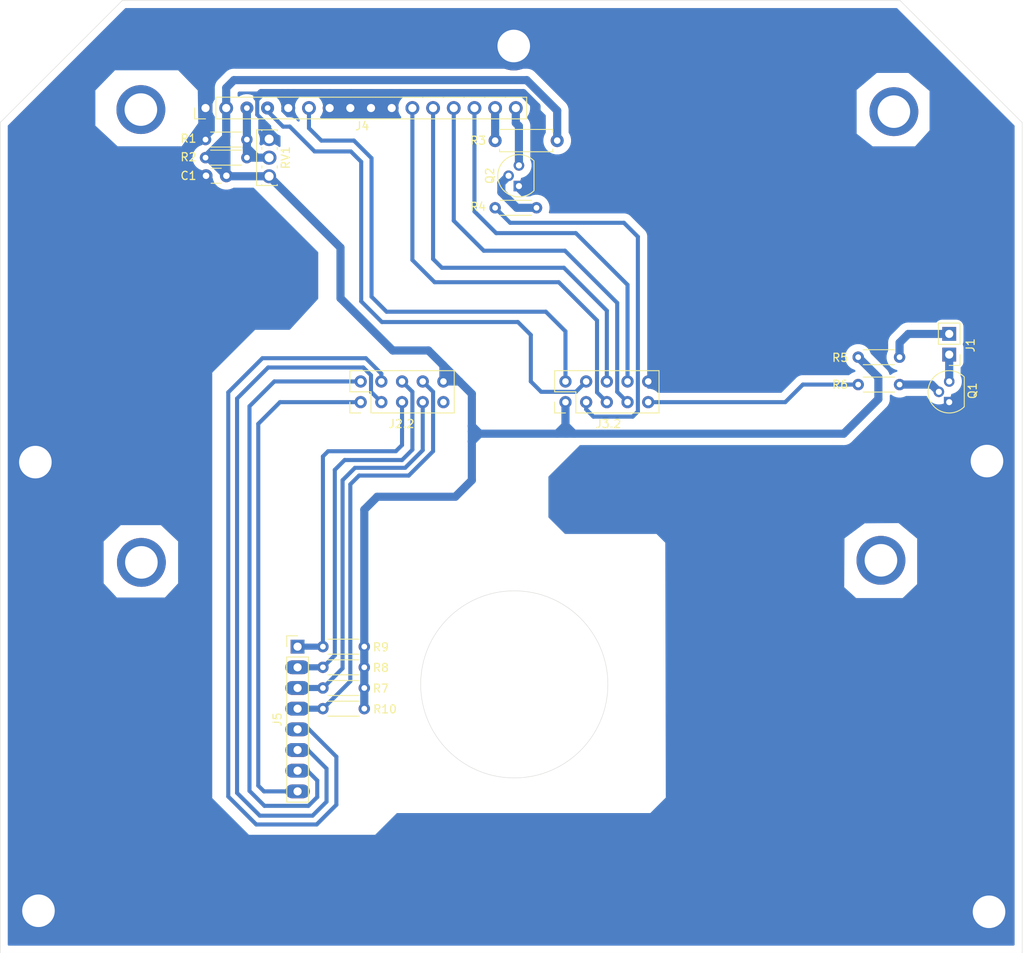
<source format=kicad_pcb>
(kicad_pcb (version 20171130) (host pcbnew "(5.1.12)-1")

  (general
    (thickness 1.6)
    (drawings 7)
    (tracks 247)
    (zones 0)
    (modules 19)
    (nets 27)
  )

  (page A4)
  (layers
    (0 F.Cu signal)
    (31 B.Cu signal)
    (32 B.Adhes user)
    (33 F.Adhes user)
    (34 B.Paste user)
    (35 F.Paste user)
    (36 B.SilkS user)
    (37 F.SilkS user)
    (38 B.Mask user)
    (39 F.Mask user)
    (40 Dwgs.User user)
    (41 Cmts.User user)
    (42 Eco1.User user)
    (43 Eco2.User user)
    (44 Edge.Cuts user)
    (45 Margin user)
    (46 B.CrtYd user)
    (47 F.CrtYd user)
    (48 B.Fab user)
    (49 F.Fab user hide)
  )

  (setup
    (last_trace_width 0.25)
    (user_trace_width 0.5)
    (user_trace_width 0.75)
    (user_trace_width 1)
    (user_trace_width 1.5)
    (user_trace_width 3)
    (trace_clearance 0.2)
    (zone_clearance 0.9)
    (zone_45_only no)
    (trace_min 0.25)
    (via_size 0.8)
    (via_drill 0.4)
    (via_min_size 0.4)
    (via_min_drill 0.3)
    (uvia_size 0.3)
    (uvia_drill 0.1)
    (uvias_allowed no)
    (uvia_min_size 0.2)
    (uvia_min_drill 0.1)
    (edge_width 0.05)
    (segment_width 0.2)
    (pcb_text_width 0.3)
    (pcb_text_size 1.5 1.5)
    (mod_edge_width 0.12)
    (mod_text_size 1 1)
    (mod_text_width 0.15)
    (pad_size 1.5 1.5)
    (pad_drill 0.8)
    (pad_to_mask_clearance 0)
    (aux_axis_origin 50.8 171.45)
    (grid_origin 50.8 171.45)
    (visible_elements 7FFFFFFF)
    (pcbplotparams
      (layerselection 0x010fc_ffffffff)
      (usegerberextensions false)
      (usegerberattributes true)
      (usegerberadvancedattributes true)
      (creategerberjobfile true)
      (excludeedgelayer true)
      (linewidth 0.100000)
      (plotframeref false)
      (viasonmask false)
      (mode 1)
      (useauxorigin false)
      (hpglpennumber 1)
      (hpglpenspeed 20)
      (hpglpendiameter 15.000000)
      (psnegative false)
      (psa4output false)
      (plotreference true)
      (plotvalue true)
      (plotinvisibletext false)
      (padsonsilk false)
      (subtractmaskfromsilk false)
      (outputformat 1)
      (mirror false)
      (drillshape 1)
      (scaleselection 1)
      (outputdirectory ""))
  )

  (net 0 "")
  (net 1 "Net-(C1-Pad2)")
  (net 2 Earth)
  (net 3 "Net-(J1-Pad2)")
  (net 4 "Net-(J1-Pad1)")
  (net 5 "Net-(J4-Pad16)")
  (net 6 "Net-(J4-Pad15)")
  (net 7 "Net-(J4-Pad3)")
  (net 8 "Net-(Q1-Pad2)")
  (net 9 "Net-(Q2-Pad2)")
  (net 10 "Net-(J2.2-Pad9)")
  (net 11 "Net-(J2.2-Pad8)")
  (net 12 "Net-(J2.2-Pad7)")
  (net 13 "Net-(J2.2-Pad6)")
  (net 14 "Net-(J2.2-Pad5)")
  (net 15 "Net-(J2.2-Pad4)")
  (net 16 "Net-(J2.2-Pad3)")
  (net 17 "Net-(J2.2-Pad2)")
  (net 18 "Net-(J2.2-Pad1)")
  (net 19 "Net-(J3.2-Pad9)")
  (net 20 "Net-(J3.2-Pad8)")
  (net 21 "Net-(J3.2-Pad7)")
  (net 22 "Net-(J3.2-Pad6)")
  (net 23 "Net-(J3.2-Pad5)")
  (net 24 "Net-(J3.2-Pad4)")
  (net 25 "Net-(J3.2-Pad3)")
  (net 26 "Net-(J3.2-Pad2)")

  (net_class Default "This is the default net class."
    (clearance 0.2)
    (trace_width 0.25)
    (via_dia 0.8)
    (via_drill 0.4)
    (uvia_dia 0.3)
    (uvia_drill 0.1)
    (add_net Earth)
    (add_net "Net-(C1-Pad2)")
    (add_net "Net-(J1-Pad1)")
    (add_net "Net-(J1-Pad2)")
    (add_net "Net-(J2.2-Pad1)")
    (add_net "Net-(J2.2-Pad2)")
    (add_net "Net-(J2.2-Pad3)")
    (add_net "Net-(J2.2-Pad4)")
    (add_net "Net-(J2.2-Pad5)")
    (add_net "Net-(J2.2-Pad6)")
    (add_net "Net-(J2.2-Pad7)")
    (add_net "Net-(J2.2-Pad8)")
    (add_net "Net-(J2.2-Pad9)")
    (add_net "Net-(J3.2-Pad2)")
    (add_net "Net-(J3.2-Pad3)")
    (add_net "Net-(J3.2-Pad4)")
    (add_net "Net-(J3.2-Pad5)")
    (add_net "Net-(J3.2-Pad6)")
    (add_net "Net-(J3.2-Pad7)")
    (add_net "Net-(J3.2-Pad8)")
    (add_net "Net-(J3.2-Pad9)")
    (add_net "Net-(J4-Pad15)")
    (add_net "Net-(J4-Pad16)")
    (add_net "Net-(J4-Pad3)")
    (add_net "Net-(Q1-Pad2)")
    (add_net "Net-(Q2-Pad2)")
  )

  (module Connector_PinHeader_2.54mm:PinHeader_2x05_P2.54mm_Vertical (layer F.Cu) (tedit 654BC0F3) (tstamp 65495813)
    (at 120.2055 103.759 90)
    (descr "Through hole straight pin header, 2x05, 2.54mm pitch, double rows")
    (tags "Through hole pin header THT 2x05 2.54mm double row")
    (path /65526FFE)
    (fp_text reference J3.2 (at -2.667 5.2705 180) (layer F.SilkS)
      (effects (font (size 1 1) (thickness 0.15)))
    )
    (fp_text value Conn_02x05_Odd_Even (at 1.27 12.49 90) (layer F.Fab)
      (effects (font (size 1 1) (thickness 0.15)))
    )
    (fp_line (start 0 -1.27) (end 3.81 -1.27) (layer F.Fab) (width 0.1))
    (fp_line (start 3.81 -1.27) (end 3.81 11.43) (layer F.Fab) (width 0.1))
    (fp_line (start 3.81 11.43) (end -1.27 11.43) (layer F.Fab) (width 0.1))
    (fp_line (start -1.27 11.43) (end -1.27 0) (layer F.Fab) (width 0.1))
    (fp_line (start -1.27 0) (end 0 -1.27) (layer F.Fab) (width 0.1))
    (fp_line (start -1.33 11.49) (end 3.87 11.49) (layer F.SilkS) (width 0.12))
    (fp_line (start -1.33 1.27) (end -1.33 11.49) (layer F.SilkS) (width 0.12))
    (fp_line (start 3.87 -1.33) (end 3.87 11.49) (layer F.SilkS) (width 0.12))
    (fp_line (start -1.33 1.27) (end 1.27 1.27) (layer F.SilkS) (width 0.12))
    (fp_line (start 1.27 1.27) (end 1.27 -1.33) (layer F.SilkS) (width 0.12))
    (fp_line (start 1.27 -1.33) (end 3.87 -1.33) (layer F.SilkS) (width 0.12))
    (fp_line (start -1.33 0) (end -1.33 -1.33) (layer F.SilkS) (width 0.12))
    (fp_line (start -1.33 -1.33) (end 0 -1.33) (layer F.SilkS) (width 0.12))
    (fp_line (start -1.8 -1.8) (end -1.8 11.95) (layer F.CrtYd) (width 0.05))
    (fp_line (start -1.8 11.95) (end 4.35 11.95) (layer F.CrtYd) (width 0.05))
    (fp_line (start 4.35 11.95) (end 4.35 -1.8) (layer F.CrtYd) (width 0.05))
    (fp_line (start 4.35 -1.8) (end -1.8 -1.8) (layer F.CrtYd) (width 0.05))
    (fp_text user %R (at 1.27 5.08) (layer F.Fab)
      (effects (font (size 1 1) (thickness 0.15)))
    )
    (pad 10 thru_hole circle (at 2.54 10.16 90) (size 1.5 1.5) (drill 0.8) (layers *.Cu *.Mask)
      (net 2 Earth))
    (pad 9 thru_hole circle (at 0 10.16 90) (size 1.5 1.5) (drill 0.8) (layers *.Cu *.Mask)
      (net 19 "Net-(J3.2-Pad9)"))
    (pad 8 thru_hole circle (at 2.54 7.62 90) (size 1.5 1.5) (drill 0.8) (layers *.Cu *.Mask)
      (net 20 "Net-(J3.2-Pad8)"))
    (pad 7 thru_hole circle (at 0 7.62 90) (size 1.5 1.5) (drill 0.8) (layers *.Cu *.Mask)
      (net 21 "Net-(J3.2-Pad7)"))
    (pad 6 thru_hole circle (at 2.54 5.08 90) (size 1.5 1.5) (drill 0.8) (layers *.Cu *.Mask)
      (net 22 "Net-(J3.2-Pad6)"))
    (pad 5 thru_hole circle (at 0 5.08 90) (size 1.5 1.5) (drill 0.8) (layers *.Cu *.Mask)
      (net 23 "Net-(J3.2-Pad5)"))
    (pad 4 thru_hole circle (at 2.54 2.54 90) (size 1.5 1.5) (drill 0.8) (layers *.Cu *.Mask)
      (net 24 "Net-(J3.2-Pad4)"))
    (pad 3 thru_hole circle (at 0 2.54 90) (size 1.5 1.5) (drill 0.8) (layers *.Cu *.Mask)
      (net 25 "Net-(J3.2-Pad3)"))
    (pad 2 thru_hole circle (at 2.54 0 90) (size 1.5 1.5) (drill 0.8) (layers *.Cu *.Mask)
      (net 26 "Net-(J3.2-Pad2)"))
    (pad 1 thru_hole circle (at 0 0 90) (size 1.5 1.5) (drill 0.8) (layers *.Cu *.Mask)
      (net 1 "Net-(C1-Pad2)"))
    (model ${KISYS3DMOD}/Connector_PinHeader_2.54mm.3dshapes/PinHeader_2x05_P2.54mm_Vertical.wrl
      (at (xyz 0 0 0))
      (scale (xyz 1 1 1))
      (rotate (xyz 0 0 0))
    )
  )

  (module Connector_PinHeader_2.54mm:PinHeader_2x05_P2.54mm_Vertical (layer F.Cu) (tedit 654BC0B3) (tstamp 65494F74)
    (at 95.0595 103.759 90)
    (descr "Through hole straight pin header, 2x05, 2.54mm pitch, double rows")
    (tags "Through hole pin header THT 2x05 2.54mm double row")
    (path /654F4BC2)
    (fp_text reference J2.2 (at -2.667 5.0165 180) (layer F.SilkS)
      (effects (font (size 1 1) (thickness 0.15)))
    )
    (fp_text value Conn_02x05_Odd_Even (at 1.27 12.49 90) (layer F.Fab)
      (effects (font (size 1 1) (thickness 0.15)))
    )
    (fp_line (start 0 -1.27) (end 3.81 -1.27) (layer F.Fab) (width 0.1))
    (fp_line (start 3.81 -1.27) (end 3.81 11.43) (layer F.Fab) (width 0.1))
    (fp_line (start 3.81 11.43) (end -1.27 11.43) (layer F.Fab) (width 0.1))
    (fp_line (start -1.27 11.43) (end -1.27 0) (layer F.Fab) (width 0.1))
    (fp_line (start -1.27 0) (end 0 -1.27) (layer F.Fab) (width 0.1))
    (fp_line (start -1.33 11.49) (end 3.87 11.49) (layer F.SilkS) (width 0.12))
    (fp_line (start -1.33 1.27) (end -1.33 11.49) (layer F.SilkS) (width 0.12))
    (fp_line (start 3.87 -1.33) (end 3.87 11.49) (layer F.SilkS) (width 0.12))
    (fp_line (start -1.33 1.27) (end 1.27 1.27) (layer F.SilkS) (width 0.12))
    (fp_line (start 1.27 1.27) (end 1.27 -1.33) (layer F.SilkS) (width 0.12))
    (fp_line (start 1.27 -1.33) (end 3.87 -1.33) (layer F.SilkS) (width 0.12))
    (fp_line (start -1.33 0) (end -1.33 -1.33) (layer F.SilkS) (width 0.12))
    (fp_line (start -1.33 -1.33) (end 0 -1.33) (layer F.SilkS) (width 0.12))
    (fp_line (start -1.8 -1.8) (end -1.8 11.95) (layer F.CrtYd) (width 0.05))
    (fp_line (start -1.8 11.95) (end 4.35 11.95) (layer F.CrtYd) (width 0.05))
    (fp_line (start 4.35 11.95) (end 4.35 -1.8) (layer F.CrtYd) (width 0.05))
    (fp_line (start 4.35 -1.8) (end -1.8 -1.8) (layer F.CrtYd) (width 0.05))
    (fp_text user %R (at 1.27 5.08) (layer F.Fab)
      (effects (font (size 1 1) (thickness 0.15)))
    )
    (pad 10 thru_hole circle (at 2.54 10.16 90) (size 1.5 1.5) (drill 0.8) (layers *.Cu *.Mask)
      (net 1 "Net-(C1-Pad2)"))
    (pad 9 thru_hole oval (at 0 10.16 90) (size 1.5 1.5) (drill 0.8) (layers *.Cu *.Mask)
      (net 10 "Net-(J2.2-Pad9)"))
    (pad 8 thru_hole oval (at 2.54 7.62 90) (size 1.5 1.5) (drill 0.8) (layers *.Cu *.Mask)
      (net 11 "Net-(J2.2-Pad8)"))
    (pad 7 thru_hole oval (at 0 7.62 90) (size 1.5 1.5) (drill 0.8) (layers *.Cu *.Mask)
      (net 12 "Net-(J2.2-Pad7)"))
    (pad 6 thru_hole oval (at 2.54 5.08 90) (size 1.5 1.5) (drill 0.8) (layers *.Cu *.Mask)
      (net 13 "Net-(J2.2-Pad6)"))
    (pad 5 thru_hole circle (at 0 5.08 90) (size 1.5 1.5) (drill 0.8) (layers *.Cu *.Mask)
      (net 14 "Net-(J2.2-Pad5)"))
    (pad 4 thru_hole circle (at 2.54 2.54 90) (size 1.5 1.5) (drill 0.8) (layers *.Cu *.Mask)
      (net 15 "Net-(J2.2-Pad4)"))
    (pad 3 thru_hole oval (at 0 2.54 90) (size 1.5 1.5) (drill 0.8) (layers *.Cu *.Mask)
      (net 16 "Net-(J2.2-Pad3)"))
    (pad 2 thru_hole oval (at 2.54 0 90) (size 1.5 1.5) (drill 0.8) (layers *.Cu *.Mask)
      (net 17 "Net-(J2.2-Pad2)"))
    (pad 1 thru_hole circle (at 0 0 90) (size 1.5 1.5) (drill 0.8) (layers *.Cu *.Mask)
      (net 18 "Net-(J2.2-Pad1)"))
    (model ${KISYS3DMOD}/Connector_PinHeader_2.54mm.3dshapes/PinHeader_2x05_P2.54mm_Vertical.wrl
      (at (xyz 0 0 0))
      (scale (xyz 1 1 1))
      (rotate (xyz 0 0 0))
    )
  )

  (module Resistor_THT:R_Axial_DIN0207_L6.3mm_D2.5mm_P7.62mm_Horizontal (layer F.Cu) (tedit 5AE5139B) (tstamp 65493204)
    (at 119.1895 71.628 180)
    (descr "Resistor, Axial_DIN0207 series, Axial, Horizontal, pin pitch=7.62mm, 0.25W = 1/4W, length*diameter=6.3*2.5mm^2, http://cdn-reichelt.de/documents/datenblatt/B400/1_4W%23YAG.pdf")
    (tags "Resistor Axial_DIN0207 series Axial Horizontal pin pitch 7.62mm 0.25W = 1/4W length 6.3mm diameter 2.5mm")
    (path /65504F4A)
    (fp_text reference R3 (at 9.7155 0) (layer F.SilkS)
      (effects (font (size 1 1) (thickness 0.15)))
    )
    (fp_text value R_Small (at 3.81 2.37) (layer F.Fab)
      (effects (font (size 1 1) (thickness 0.15)))
    )
    (fp_line (start 0.66 -1.25) (end 0.66 1.25) (layer F.Fab) (width 0.1))
    (fp_line (start 0.66 1.25) (end 6.96 1.25) (layer F.Fab) (width 0.1))
    (fp_line (start 6.96 1.25) (end 6.96 -1.25) (layer F.Fab) (width 0.1))
    (fp_line (start 6.96 -1.25) (end 0.66 -1.25) (layer F.Fab) (width 0.1))
    (fp_line (start 0 0) (end 0.66 0) (layer F.Fab) (width 0.1))
    (fp_line (start 7.62 0) (end 6.96 0) (layer F.Fab) (width 0.1))
    (fp_line (start 0.54 -1.04) (end 0.54 -1.37) (layer F.SilkS) (width 0.12))
    (fp_line (start 0.54 -1.37) (end 7.08 -1.37) (layer F.SilkS) (width 0.12))
    (fp_line (start 7.08 -1.37) (end 7.08 -1.04) (layer F.SilkS) (width 0.12))
    (fp_line (start 0.54 1.04) (end 0.54 1.37) (layer F.SilkS) (width 0.12))
    (fp_line (start 0.54 1.37) (end 7.08 1.37) (layer F.SilkS) (width 0.12))
    (fp_line (start 7.08 1.37) (end 7.08 1.04) (layer F.SilkS) (width 0.12))
    (fp_line (start -1.05 -1.5) (end -1.05 1.5) (layer F.CrtYd) (width 0.05))
    (fp_line (start -1.05 1.5) (end 8.67 1.5) (layer F.CrtYd) (width 0.05))
    (fp_line (start 8.67 1.5) (end 8.67 -1.5) (layer F.CrtYd) (width 0.05))
    (fp_line (start 8.67 -1.5) (end -1.05 -1.5) (layer F.CrtYd) (width 0.05))
    (fp_text user %R (at 3.81 0) (layer F.Fab)
      (effects (font (size 1 1) (thickness 0.15)))
    )
    (pad 2 thru_hole oval (at 7.62 0 180) (size 1.6 1.6) (drill 0.8) (layers *.Cu *.Mask)
      (net 6 "Net-(J4-Pad15)"))
    (pad 1 thru_hole circle (at 0 0 180) (size 1.6 1.6) (drill 0.8) (layers *.Cu *.Mask)
      (net 1 "Net-(C1-Pad2)"))
    (model ${KISYS3DMOD}/Resistor_THT.3dshapes/R_Axial_DIN0207_L6.3mm_D2.5mm_P7.62mm_Horizontal.wrl
      (at (xyz 0 0 0))
      (scale (xyz 1 1 1))
      (rotate (xyz 0 0 0))
    )
  )

  (module Resistor_THT:R_Axial_DIN0204_L3.6mm_D1.6mm_P5.08mm_Horizontal (layer F.Cu) (tedit 5AE5139B) (tstamp 654931C9)
    (at 76.0095 71.501)
    (descr "Resistor, Axial_DIN0204 series, Axial, Horizontal, pin pitch=5.08mm, 0.167W, length*diameter=3.6*1.6mm^2, http://cdn-reichelt.de/documents/datenblatt/B400/1_4W%23YAG.pdf")
    (tags "Resistor Axial_DIN0204 series Axial Horizontal pin pitch 5.08mm 0.167W length 3.6mm diameter 1.6mm")
    (path /6550693C)
    (fp_text reference R1 (at -2.0955 -0.127) (layer F.SilkS)
      (effects (font (size 1 1) (thickness 0.15)))
    )
    (fp_text value R_Small (at 2.54 1.92) (layer F.Fab)
      (effects (font (size 1 1) (thickness 0.15)))
    )
    (fp_line (start 0.74 -0.8) (end 0.74 0.8) (layer F.Fab) (width 0.1))
    (fp_line (start 0.74 0.8) (end 4.34 0.8) (layer F.Fab) (width 0.1))
    (fp_line (start 4.34 0.8) (end 4.34 -0.8) (layer F.Fab) (width 0.1))
    (fp_line (start 4.34 -0.8) (end 0.74 -0.8) (layer F.Fab) (width 0.1))
    (fp_line (start 0 0) (end 0.74 0) (layer F.Fab) (width 0.1))
    (fp_line (start 5.08 0) (end 4.34 0) (layer F.Fab) (width 0.1))
    (fp_line (start 0.62 -0.92) (end 4.46 -0.92) (layer F.SilkS) (width 0.12))
    (fp_line (start 0.62 0.92) (end 4.46 0.92) (layer F.SilkS) (width 0.12))
    (fp_line (start -0.95 -1.05) (end -0.95 1.05) (layer F.CrtYd) (width 0.05))
    (fp_line (start -0.95 1.05) (end 6.03 1.05) (layer F.CrtYd) (width 0.05))
    (fp_line (start 6.03 1.05) (end 6.03 -1.05) (layer F.CrtYd) (width 0.05))
    (fp_line (start 6.03 -1.05) (end -0.95 -1.05) (layer F.CrtYd) (width 0.05))
    (fp_text user %R (at 2.54 0) (layer F.Fab)
      (effects (font (size 0.72 0.72) (thickness 0.108)))
    )
    (pad 2 thru_hole oval (at 5.08 0) (size 1.4 1.4) (drill 0.7) (layers *.Cu *.Mask)
      (net 7 "Net-(J4-Pad3)"))
    (pad 1 thru_hole circle (at 0 0) (size 1.4 1.4) (drill 0.7) (layers *.Cu *.Mask)
      (net 2 Earth))
    (model ${KISYS3DMOD}/Resistor_THT.3dshapes/R_Axial_DIN0204_L3.6mm_D1.6mm_P5.08mm_Horizontal.wrl
      (at (xyz 0 0 0))
      (scale (xyz 1 1 1))
      (rotate (xyz 0 0 0))
    )
  )

  (module Package_TO_SOT_THT:SIPAK_Vertical (layer F.Cu) (tedit 654947AF) (tstamp 6543270D)
    (at 83.82 76.0095 90)
    (descr "SIPAK, Vertical, RM 2.286mm")
    (tags "SIPAK Vertical RM 2.286mm")
    (path /654FEE9E)
    (fp_text reference RV1 (at 2.286 2.032 90) (layer F.SilkS)
      (effects (font (size 1 1) (thickness 0.15)))
    )
    (fp_text value R_POT (at 2.286 2.15 90) (layer F.Fab)
      (effects (font (size 1 1) (thickness 0.15)))
    )
    (fp_line (start 5.84 -1.67) (end -1.27 -1.67) (layer F.CrtYd) (width 0.05))
    (fp_line (start 5.84 1.15) (end 5.84 -1.67) (layer F.CrtYd) (width 0.05))
    (fp_line (start -1.27 1.15) (end 5.84 1.15) (layer F.CrtYd) (width 0.05))
    (fp_line (start -1.27 -1.67) (end -1.27 1.15) (layer F.CrtYd) (width 0.05))
    (fp_line (start 5.58 -0.9) (end 5.706 -0.9) (layer F.SilkS) (width 0.12))
    (fp_line (start 3.294 -0.9) (end 3.565 -0.9) (layer F.SilkS) (width 0.12))
    (fp_line (start 1.008 -0.9) (end 1.279 -0.9) (layer F.SilkS) (width 0.12))
    (fp_line (start -1.134 -0.9) (end -1.008 -0.9) (layer F.SilkS) (width 0.12))
    (fp_line (start 5.706 -1.54) (end 5.706 1) (layer F.SilkS) (width 0.12))
    (fp_line (start -1.134 -1.54) (end -1.134 1) (layer F.SilkS) (width 0.12))
    (fp_line (start 5.58 1) (end 5.706 1) (layer F.SilkS) (width 0.12))
    (fp_line (start 3.294 1) (end 3.565 1) (layer F.SilkS) (width 0.12))
    (fp_line (start 1.008 1) (end 1.279 1) (layer F.SilkS) (width 0.12))
    (fp_line (start -1.134 1) (end -1.008 1) (layer F.SilkS) (width 0.12))
    (fp_line (start -1.134 -1.54) (end 5.706 -1.54) (layer F.SilkS) (width 0.12))
    (fp_line (start -1.014 -1.02) (end 5.586 -1.02) (layer F.Fab) (width 0.1))
    (fp_line (start 5.586 -1.42) (end -1.014 -1.42) (layer F.Fab) (width 0.1))
    (fp_line (start 5.586 0.88) (end 5.586 -1.42) (layer F.Fab) (width 0.1))
    (fp_line (start -1.014 0.88) (end 5.586 0.88) (layer F.Fab) (width 0.1))
    (fp_line (start -1.014 -1.42) (end -1.014 0.88) (layer F.Fab) (width 0.1))
    (fp_text user %R (at 2.286 -2.54 90) (layer F.Fab)
      (effects (font (size 1 1) (thickness 0.15)))
    )
    (pad 3 thru_hole oval (at 4.572 0 90) (size 1.7145 1.8) (drill 1.1) (layers *.Cu *.Mask)
      (net 2 Earth))
    (pad 2 thru_hole oval (at 2.286 0 90) (size 1.7145 1.8) (drill 1.1) (layers *.Cu *.Mask)
      (net 7 "Net-(J4-Pad3)"))
    (pad 1 thru_hole circle (at 0 0 90) (size 1.7145 1.7145) (drill 1.1) (layers *.Cu *.Mask)
      (net 1 "Net-(C1-Pad2)"))
    (model ${KISYS3DMOD}/Package_TO_SOT_THT.3dshapes/SIPAK_Vertical.wrl
      (at (xyz 0 0 0))
      (scale (xyz 1 1 1))
      (rotate (xyz 0 0 0))
    )
  )

  (module Resistor_THT:R_Axial_DIN0204_L3.6mm_D1.6mm_P5.08mm_Horizontal (layer F.Cu) (tedit 5AE5139B) (tstamp 654326F1)
    (at 95.504 141.4145 180)
    (descr "Resistor, Axial_DIN0204 series, Axial, Horizontal, pin pitch=5.08mm, 0.167W, length*diameter=3.6*1.6mm^2, http://cdn-reichelt.de/documents/datenblatt/B400/1_4W%23YAG.pdf")
    (tags "Resistor Axial_DIN0204 series Axial Horizontal pin pitch 5.08mm 0.167W length 3.6mm diameter 1.6mm")
    (path /6550694E)
    (fp_text reference R10 (at -2.54 -0.0635) (layer F.SilkS)
      (effects (font (size 1 1) (thickness 0.15)))
    )
    (fp_text value R_Small (at 2.54 1.92) (layer F.Fab)
      (effects (font (size 1 1) (thickness 0.15)))
    )
    (fp_line (start 6.03 -1.05) (end -0.95 -1.05) (layer F.CrtYd) (width 0.05))
    (fp_line (start 6.03 1.05) (end 6.03 -1.05) (layer F.CrtYd) (width 0.05))
    (fp_line (start -0.95 1.05) (end 6.03 1.05) (layer F.CrtYd) (width 0.05))
    (fp_line (start -0.95 -1.05) (end -0.95 1.05) (layer F.CrtYd) (width 0.05))
    (fp_line (start 0.62 0.92) (end 4.46 0.92) (layer F.SilkS) (width 0.12))
    (fp_line (start 0.62 -0.92) (end 4.46 -0.92) (layer F.SilkS) (width 0.12))
    (fp_line (start 5.08 0) (end 4.34 0) (layer F.Fab) (width 0.1))
    (fp_line (start 0 0) (end 0.74 0) (layer F.Fab) (width 0.1))
    (fp_line (start 4.34 -0.8) (end 0.74 -0.8) (layer F.Fab) (width 0.1))
    (fp_line (start 4.34 0.8) (end 4.34 -0.8) (layer F.Fab) (width 0.1))
    (fp_line (start 0.74 0.8) (end 4.34 0.8) (layer F.Fab) (width 0.1))
    (fp_line (start 0.74 -0.8) (end 0.74 0.8) (layer F.Fab) (width 0.1))
    (fp_text user %R (at 2.54 0) (layer F.Fab)
      (effects (font (size 0.72 0.72) (thickness 0.108)))
    )
    (pad 2 thru_hole oval (at 5.08 0 180) (size 1.4 1.4) (drill 0.7) (layers *.Cu *.Mask)
      (net 11 "Net-(J2.2-Pad8)"))
    (pad 1 thru_hole circle (at 0 0 180) (size 1.4 1.4) (drill 0.7) (layers *.Cu *.Mask)
      (net 1 "Net-(C1-Pad2)"))
    (model ${KISYS3DMOD}/Resistor_THT.3dshapes/R_Axial_DIN0204_L3.6mm_D1.6mm_P5.08mm_Horizontal.wrl
      (at (xyz 0 0 0))
      (scale (xyz 1 1 1))
      (rotate (xyz 0 0 0))
    )
  )

  (module Resistor_THT:R_Axial_DIN0204_L3.6mm_D1.6mm_P5.08mm_Horizontal (layer F.Cu) (tedit 5AE5139B) (tstamp 654326DE)
    (at 90.424 133.7945)
    (descr "Resistor, Axial_DIN0204 series, Axial, Horizontal, pin pitch=5.08mm, 0.167W, length*diameter=3.6*1.6mm^2, http://cdn-reichelt.de/documents/datenblatt/B400/1_4W%23YAG.pdf")
    (tags "Resistor Axial_DIN0204 series Axial Horizontal pin pitch 5.08mm 0.167W length 3.6mm diameter 1.6mm")
    (path /65506942)
    (fp_text reference R9 (at 7.112 0.0635) (layer F.SilkS)
      (effects (font (size 1 1) (thickness 0.15)))
    )
    (fp_text value R_Small (at 2.54 1.92) (layer F.Fab)
      (effects (font (size 1 1) (thickness 0.15)))
    )
    (fp_line (start 6.03 -1.05) (end -0.95 -1.05) (layer F.CrtYd) (width 0.05))
    (fp_line (start 6.03 1.05) (end 6.03 -1.05) (layer F.CrtYd) (width 0.05))
    (fp_line (start -0.95 1.05) (end 6.03 1.05) (layer F.CrtYd) (width 0.05))
    (fp_line (start -0.95 -1.05) (end -0.95 1.05) (layer F.CrtYd) (width 0.05))
    (fp_line (start 0.62 0.92) (end 4.46 0.92) (layer F.SilkS) (width 0.12))
    (fp_line (start 0.62 -0.92) (end 4.46 -0.92) (layer F.SilkS) (width 0.12))
    (fp_line (start 5.08 0) (end 4.34 0) (layer F.Fab) (width 0.1))
    (fp_line (start 0 0) (end 0.74 0) (layer F.Fab) (width 0.1))
    (fp_line (start 4.34 -0.8) (end 0.74 -0.8) (layer F.Fab) (width 0.1))
    (fp_line (start 4.34 0.8) (end 4.34 -0.8) (layer F.Fab) (width 0.1))
    (fp_line (start 0.74 0.8) (end 4.34 0.8) (layer F.Fab) (width 0.1))
    (fp_line (start 0.74 -0.8) (end 0.74 0.8) (layer F.Fab) (width 0.1))
    (fp_text user %R (at 2.54 0) (layer F.Fab)
      (effects (font (size 0.72 0.72) (thickness 0.108)))
    )
    (pad 2 thru_hole oval (at 5.08 0) (size 1.4 1.4) (drill 0.7) (layers *.Cu *.Mask)
      (net 1 "Net-(C1-Pad2)"))
    (pad 1 thru_hole circle (at 0 0) (size 1.4 1.4) (drill 0.7) (layers *.Cu *.Mask)
      (net 14 "Net-(J2.2-Pad5)"))
    (model ${KISYS3DMOD}/Resistor_THT.3dshapes/R_Axial_DIN0204_L3.6mm_D1.6mm_P5.08mm_Horizontal.wrl
      (at (xyz 0 0 0))
      (scale (xyz 1 1 1))
      (rotate (xyz 0 0 0))
    )
  )

  (module Resistor_THT:R_Axial_DIN0204_L3.6mm_D1.6mm_P5.08mm_Horizontal (layer F.Cu) (tedit 5AE5139B) (tstamp 654326CB)
    (at 90.424 136.3345)
    (descr "Resistor, Axial_DIN0204 series, Axial, Horizontal, pin pitch=5.08mm, 0.167W, length*diameter=3.6*1.6mm^2, http://cdn-reichelt.de/documents/datenblatt/B400/1_4W%23YAG.pdf")
    (tags "Resistor Axial_DIN0204 series Axial Horizontal pin pitch 5.08mm 0.167W length 3.6mm diameter 1.6mm")
    (path /655072CE)
    (fp_text reference R8 (at 7.112 0.0635) (layer F.SilkS)
      (effects (font (size 1 1) (thickness 0.15)))
    )
    (fp_text value R_Small (at 2.54 1.92) (layer F.Fab)
      (effects (font (size 1 1) (thickness 0.15)))
    )
    (fp_line (start 6.03 -1.05) (end -0.95 -1.05) (layer F.CrtYd) (width 0.05))
    (fp_line (start 6.03 1.05) (end 6.03 -1.05) (layer F.CrtYd) (width 0.05))
    (fp_line (start -0.95 1.05) (end 6.03 1.05) (layer F.CrtYd) (width 0.05))
    (fp_line (start -0.95 -1.05) (end -0.95 1.05) (layer F.CrtYd) (width 0.05))
    (fp_line (start 0.62 0.92) (end 4.46 0.92) (layer F.SilkS) (width 0.12))
    (fp_line (start 0.62 -0.92) (end 4.46 -0.92) (layer F.SilkS) (width 0.12))
    (fp_line (start 5.08 0) (end 4.34 0) (layer F.Fab) (width 0.1))
    (fp_line (start 0 0) (end 0.74 0) (layer F.Fab) (width 0.1))
    (fp_line (start 4.34 -0.8) (end 0.74 -0.8) (layer F.Fab) (width 0.1))
    (fp_line (start 4.34 0.8) (end 4.34 -0.8) (layer F.Fab) (width 0.1))
    (fp_line (start 0.74 0.8) (end 4.34 0.8) (layer F.Fab) (width 0.1))
    (fp_line (start 0.74 -0.8) (end 0.74 0.8) (layer F.Fab) (width 0.1))
    (fp_text user %R (at 2.54 0) (layer F.Fab)
      (effects (font (size 0.72 0.72) (thickness 0.108)))
    )
    (pad 2 thru_hole oval (at 5.08 0) (size 1.4 1.4) (drill 0.7) (layers *.Cu *.Mask)
      (net 1 "Net-(C1-Pad2)"))
    (pad 1 thru_hole circle (at 0 0) (size 1.4 1.4) (drill 0.7) (layers *.Cu *.Mask)
      (net 13 "Net-(J2.2-Pad6)"))
    (model ${KISYS3DMOD}/Resistor_THT.3dshapes/R_Axial_DIN0204_L3.6mm_D1.6mm_P5.08mm_Horizontal.wrl
      (at (xyz 0 0 0))
      (scale (xyz 1 1 1))
      (rotate (xyz 0 0 0))
    )
  )

  (module Resistor_THT:R_Axial_DIN0204_L3.6mm_D1.6mm_P5.08mm_Horizontal (layer F.Cu) (tedit 5AE5139B) (tstamp 654326B8)
    (at 95.504 138.8745 180)
    (descr "Resistor, Axial_DIN0204 series, Axial, Horizontal, pin pitch=5.08mm, 0.167W, length*diameter=3.6*1.6mm^2, http://cdn-reichelt.de/documents/datenblatt/B400/1_4W%23YAG.pdf")
    (tags "Resistor Axial_DIN0204 series Axial Horizontal pin pitch 5.08mm 0.167W length 3.6mm diameter 1.6mm")
    (path /655072D4)
    (fp_text reference R7 (at -2.032 -0.0635) (layer F.SilkS)
      (effects (font (size 1 1) (thickness 0.15)))
    )
    (fp_text value R_Small (at 2.54 1.92) (layer F.Fab)
      (effects (font (size 1 1) (thickness 0.15)))
    )
    (fp_line (start 6.03 -1.05) (end -0.95 -1.05) (layer F.CrtYd) (width 0.05))
    (fp_line (start 6.03 1.05) (end 6.03 -1.05) (layer F.CrtYd) (width 0.05))
    (fp_line (start -0.95 1.05) (end 6.03 1.05) (layer F.CrtYd) (width 0.05))
    (fp_line (start -0.95 -1.05) (end -0.95 1.05) (layer F.CrtYd) (width 0.05))
    (fp_line (start 0.62 0.92) (end 4.46 0.92) (layer F.SilkS) (width 0.12))
    (fp_line (start 0.62 -0.92) (end 4.46 -0.92) (layer F.SilkS) (width 0.12))
    (fp_line (start 5.08 0) (end 4.34 0) (layer F.Fab) (width 0.1))
    (fp_line (start 0 0) (end 0.74 0) (layer F.Fab) (width 0.1))
    (fp_line (start 4.34 -0.8) (end 0.74 -0.8) (layer F.Fab) (width 0.1))
    (fp_line (start 4.34 0.8) (end 4.34 -0.8) (layer F.Fab) (width 0.1))
    (fp_line (start 0.74 0.8) (end 4.34 0.8) (layer F.Fab) (width 0.1))
    (fp_line (start 0.74 -0.8) (end 0.74 0.8) (layer F.Fab) (width 0.1))
    (fp_text user %R (at 2.54 0) (layer F.Fab)
      (effects (font (size 0.72 0.72) (thickness 0.108)))
    )
    (pad 2 thru_hole oval (at 5.08 0 180) (size 1.4 1.4) (drill 0.7) (layers *.Cu *.Mask)
      (net 12 "Net-(J2.2-Pad7)"))
    (pad 1 thru_hole circle (at 0 0 180) (size 1.4 1.4) (drill 0.7) (layers *.Cu *.Mask)
      (net 1 "Net-(C1-Pad2)"))
    (model ${KISYS3DMOD}/Resistor_THT.3dshapes/R_Axial_DIN0204_L3.6mm_D1.6mm_P5.08mm_Horizontal.wrl
      (at (xyz 0 0 0))
      (scale (xyz 1 1 1))
      (rotate (xyz 0 0 0))
    )
  )

  (module Resistor_THT:R_Axial_DIN0204_L3.6mm_D1.6mm_P5.08mm_Horizontal (layer F.Cu) (tedit 5AE5139B) (tstamp 654326A5)
    (at 161.2265 101.6 180)
    (descr "Resistor, Axial_DIN0204 series, Axial, Horizontal, pin pitch=5.08mm, 0.167W, length*diameter=3.6*1.6mm^2, http://cdn-reichelt.de/documents/datenblatt/B400/1_4W%23YAG.pdf")
    (tags "Resistor Axial_DIN0204 series Axial Horizontal pin pitch 5.08mm 0.167W length 3.6mm diameter 1.6mm")
    (path /65501F43)
    (fp_text reference R6 (at 7.3025 0) (layer F.SilkS)
      (effects (font (size 1 1) (thickness 0.15)))
    )
    (fp_text value R_Small (at 2.54 1.92) (layer F.Fab)
      (effects (font (size 1 1) (thickness 0.15)))
    )
    (fp_line (start 6.03 -1.05) (end -0.95 -1.05) (layer F.CrtYd) (width 0.05))
    (fp_line (start 6.03 1.05) (end 6.03 -1.05) (layer F.CrtYd) (width 0.05))
    (fp_line (start -0.95 1.05) (end 6.03 1.05) (layer F.CrtYd) (width 0.05))
    (fp_line (start -0.95 -1.05) (end -0.95 1.05) (layer F.CrtYd) (width 0.05))
    (fp_line (start 0.62 0.92) (end 4.46 0.92) (layer F.SilkS) (width 0.12))
    (fp_line (start 0.62 -0.92) (end 4.46 -0.92) (layer F.SilkS) (width 0.12))
    (fp_line (start 5.08 0) (end 4.34 0) (layer F.Fab) (width 0.1))
    (fp_line (start 0 0) (end 0.74 0) (layer F.Fab) (width 0.1))
    (fp_line (start 4.34 -0.8) (end 0.74 -0.8) (layer F.Fab) (width 0.1))
    (fp_line (start 4.34 0.8) (end 4.34 -0.8) (layer F.Fab) (width 0.1))
    (fp_line (start 0.74 0.8) (end 4.34 0.8) (layer F.Fab) (width 0.1))
    (fp_line (start 0.74 -0.8) (end 0.74 0.8) (layer F.Fab) (width 0.1))
    (fp_text user %R (at 2.54 0) (layer F.Fab)
      (effects (font (size 0.72 0.72) (thickness 0.108)))
    )
    (pad 2 thru_hole oval (at 5.08 0 180) (size 1.4 1.4) (drill 0.7) (layers *.Cu *.Mask)
      (net 19 "Net-(J3.2-Pad9)"))
    (pad 1 thru_hole circle (at 0 0 180) (size 1.4 1.4) (drill 0.7) (layers *.Cu *.Mask)
      (net 8 "Net-(Q1-Pad2)"))
    (model ${KISYS3DMOD}/Resistor_THT.3dshapes/R_Axial_DIN0204_L3.6mm_D1.6mm_P5.08mm_Horizontal.wrl
      (at (xyz 0 0 0))
      (scale (xyz 1 1 1))
      (rotate (xyz 0 0 0))
    )
  )

  (module Resistor_THT:R_Axial_DIN0204_L3.6mm_D1.6mm_P5.08mm_Horizontal (layer F.Cu) (tedit 5AE5139B) (tstamp 65432692)
    (at 161.2265 98.2345 180)
    (descr "Resistor, Axial_DIN0204 series, Axial, Horizontal, pin pitch=5.08mm, 0.167W, length*diameter=3.6*1.6mm^2, http://cdn-reichelt.de/documents/datenblatt/B400/1_4W%23YAG.pdf")
    (tags "Resistor Axial_DIN0204 series Axial Horizontal pin pitch 5.08mm 0.167W length 3.6mm diameter 1.6mm")
    (path /65502F06)
    (fp_text reference R5 (at 7.3025 -0.0635) (layer F.SilkS)
      (effects (font (size 1 1) (thickness 0.15)))
    )
    (fp_text value R_Small (at 2.54 1.92) (layer F.Fab)
      (effects (font (size 1 1) (thickness 0.15)))
    )
    (fp_line (start 6.03 -1.05) (end -0.95 -1.05) (layer F.CrtYd) (width 0.05))
    (fp_line (start 6.03 1.05) (end 6.03 -1.05) (layer F.CrtYd) (width 0.05))
    (fp_line (start -0.95 1.05) (end 6.03 1.05) (layer F.CrtYd) (width 0.05))
    (fp_line (start -0.95 -1.05) (end -0.95 1.05) (layer F.CrtYd) (width 0.05))
    (fp_line (start 0.62 0.92) (end 4.46 0.92) (layer F.SilkS) (width 0.12))
    (fp_line (start 0.62 -0.92) (end 4.46 -0.92) (layer F.SilkS) (width 0.12))
    (fp_line (start 5.08 0) (end 4.34 0) (layer F.Fab) (width 0.1))
    (fp_line (start 0 0) (end 0.74 0) (layer F.Fab) (width 0.1))
    (fp_line (start 4.34 -0.8) (end 0.74 -0.8) (layer F.Fab) (width 0.1))
    (fp_line (start 4.34 0.8) (end 4.34 -0.8) (layer F.Fab) (width 0.1))
    (fp_line (start 0.74 0.8) (end 4.34 0.8) (layer F.Fab) (width 0.1))
    (fp_line (start 0.74 -0.8) (end 0.74 0.8) (layer F.Fab) (width 0.1))
    (fp_text user %R (at 2.54 0) (layer F.Fab)
      (effects (font (size 0.72 0.72) (thickness 0.108)))
    )
    (pad 2 thru_hole oval (at 5.08 0 180) (size 1.4 1.4) (drill 0.7) (layers *.Cu *.Mask)
      (net 1 "Net-(C1-Pad2)"))
    (pad 1 thru_hole circle (at 0 0 180) (size 1.4 1.4) (drill 0.7) (layers *.Cu *.Mask)
      (net 3 "Net-(J1-Pad2)"))
    (model ${KISYS3DMOD}/Resistor_THT.3dshapes/R_Axial_DIN0204_L3.6mm_D1.6mm_P5.08mm_Horizontal.wrl
      (at (xyz 0 0 0))
      (scale (xyz 1 1 1))
      (rotate (xyz 0 0 0))
    )
  )

  (module Resistor_THT:R_Axial_DIN0204_L3.6mm_D1.6mm_P5.08mm_Horizontal (layer F.Cu) (tedit 5AE5139B) (tstamp 6543267F)
    (at 111.5695 79.883)
    (descr "Resistor, Axial_DIN0204 series, Axial, Horizontal, pin pitch=5.08mm, 0.167W, length*diameter=3.6*1.6mm^2, http://cdn-reichelt.de/documents/datenblatt/B400/1_4W%23YAG.pdf")
    (tags "Resistor Axial_DIN0204 series Axial Horizontal pin pitch 5.08mm 0.167W length 3.6mm diameter 1.6mm")
    (path /65504F44)
    (fp_text reference R4 (at -2.0955 -0.127) (layer F.SilkS)
      (effects (font (size 1 1) (thickness 0.15)))
    )
    (fp_text value R_Small (at 2.54 1.92) (layer F.Fab)
      (effects (font (size 1 1) (thickness 0.15)))
    )
    (fp_line (start 6.03 -1.05) (end -0.95 -1.05) (layer F.CrtYd) (width 0.05))
    (fp_line (start 6.03 1.05) (end 6.03 -1.05) (layer F.CrtYd) (width 0.05))
    (fp_line (start -0.95 1.05) (end 6.03 1.05) (layer F.CrtYd) (width 0.05))
    (fp_line (start -0.95 -1.05) (end -0.95 1.05) (layer F.CrtYd) (width 0.05))
    (fp_line (start 0.62 0.92) (end 4.46 0.92) (layer F.SilkS) (width 0.12))
    (fp_line (start 0.62 -0.92) (end 4.46 -0.92) (layer F.SilkS) (width 0.12))
    (fp_line (start 5.08 0) (end 4.34 0) (layer F.Fab) (width 0.1))
    (fp_line (start 0 0) (end 0.74 0) (layer F.Fab) (width 0.1))
    (fp_line (start 4.34 -0.8) (end 0.74 -0.8) (layer F.Fab) (width 0.1))
    (fp_line (start 4.34 0.8) (end 4.34 -0.8) (layer F.Fab) (width 0.1))
    (fp_line (start 0.74 0.8) (end 4.34 0.8) (layer F.Fab) (width 0.1))
    (fp_line (start 0.74 -0.8) (end 0.74 0.8) (layer F.Fab) (width 0.1))
    (fp_text user %R (at 2.54 0) (layer F.Fab)
      (effects (font (size 0.72 0.72) (thickness 0.108)))
    )
    (pad 2 thru_hole oval (at 5.08 0) (size 1.4 1.4) (drill 0.7) (layers *.Cu *.Mask)
      (net 9 "Net-(Q2-Pad2)"))
    (pad 1 thru_hole circle (at 0 0) (size 1.4 1.4) (drill 0.7) (layers *.Cu *.Mask)
      (net 25 "Net-(J3.2-Pad3)"))
    (model ${KISYS3DMOD}/Resistor_THT.3dshapes/R_Axial_DIN0204_L3.6mm_D1.6mm_P5.08mm_Horizontal.wrl
      (at (xyz 0 0 0))
      (scale (xyz 1 1 1))
      (rotate (xyz 0 0 0))
    )
  )

  (module Resistor_THT:R_Axial_DIN0204_L3.6mm_D1.6mm_P5.08mm_Horizontal (layer F.Cu) (tedit 5AE5139B) (tstamp 65432659)
    (at 81.0895 73.7235 180)
    (descr "Resistor, Axial_DIN0204 series, Axial, Horizontal, pin pitch=5.08mm, 0.167W, length*diameter=3.6*1.6mm^2, http://cdn-reichelt.de/documents/datenblatt/B400/1_4W%23YAG.pdf")
    (tags "Resistor Axial_DIN0204 series Axial Horizontal pin pitch 5.08mm 0.167W length 3.6mm diameter 1.6mm")
    (path /65506948)
    (fp_text reference R2 (at 7.1755 0.0635) (layer F.SilkS)
      (effects (font (size 1 1) (thickness 0.15)))
    )
    (fp_text value R_Small (at 2.54 1.92) (layer F.Fab)
      (effects (font (size 1 1) (thickness 0.15)))
    )
    (fp_line (start 6.03 -1.05) (end -0.95 -1.05) (layer F.CrtYd) (width 0.05))
    (fp_line (start 6.03 1.05) (end 6.03 -1.05) (layer F.CrtYd) (width 0.05))
    (fp_line (start -0.95 1.05) (end 6.03 1.05) (layer F.CrtYd) (width 0.05))
    (fp_line (start -0.95 -1.05) (end -0.95 1.05) (layer F.CrtYd) (width 0.05))
    (fp_line (start 0.62 0.92) (end 4.46 0.92) (layer F.SilkS) (width 0.12))
    (fp_line (start 0.62 -0.92) (end 4.46 -0.92) (layer F.SilkS) (width 0.12))
    (fp_line (start 5.08 0) (end 4.34 0) (layer F.Fab) (width 0.1))
    (fp_line (start 0 0) (end 0.74 0) (layer F.Fab) (width 0.1))
    (fp_line (start 4.34 -0.8) (end 0.74 -0.8) (layer F.Fab) (width 0.1))
    (fp_line (start 4.34 0.8) (end 4.34 -0.8) (layer F.Fab) (width 0.1))
    (fp_line (start 0.74 0.8) (end 4.34 0.8) (layer F.Fab) (width 0.1))
    (fp_line (start 0.74 -0.8) (end 0.74 0.8) (layer F.Fab) (width 0.1))
    (fp_text user %R (at 2.54 0) (layer F.Fab)
      (effects (font (size 0.72 0.72) (thickness 0.108)))
    )
    (pad 2 thru_hole oval (at 5.08 0 180) (size 1.4 1.4) (drill 0.7) (layers *.Cu *.Mask)
      (net 1 "Net-(C1-Pad2)"))
    (pad 1 thru_hole circle (at 0 0 180) (size 1.4 1.4) (drill 0.7) (layers *.Cu *.Mask)
      (net 7 "Net-(J4-Pad3)"))
    (model ${KISYS3DMOD}/Resistor_THT.3dshapes/R_Axial_DIN0204_L3.6mm_D1.6mm_P5.08mm_Horizontal.wrl
      (at (xyz 0 0 0))
      (scale (xyz 1 1 1))
      (rotate (xyz 0 0 0))
    )
  )

  (module Package_TO_SOT_THT:TO-92 (layer F.Cu) (tedit 5A279852) (tstamp 6543262F)
    (at 114.4905 77.216 90)
    (descr "TO-92 leads molded, narrow, drill 0.75mm (see NXP sot054_po.pdf)")
    (tags "to-92 sc-43 sc-43a sot54 PA33 transistor")
    (path /655155C2)
    (fp_text reference Q2 (at 1.27 -3.56 90) (layer F.SilkS)
      (effects (font (size 1 1) (thickness 0.15)))
    )
    (fp_text value Q_NPN_EBC (at 1.27 2.79 90) (layer F.Fab)
      (effects (font (size 1 1) (thickness 0.15)))
    )
    (fp_line (start 4 2.01) (end -1.46 2.01) (layer F.CrtYd) (width 0.05))
    (fp_line (start 4 2.01) (end 4 -2.73) (layer F.CrtYd) (width 0.05))
    (fp_line (start -1.46 -2.73) (end -1.46 2.01) (layer F.CrtYd) (width 0.05))
    (fp_line (start -1.46 -2.73) (end 4 -2.73) (layer F.CrtYd) (width 0.05))
    (fp_line (start -0.5 1.75) (end 3 1.75) (layer F.Fab) (width 0.1))
    (fp_line (start -0.53 1.85) (end 3.07 1.85) (layer F.SilkS) (width 0.12))
    (fp_arc (start 1.27 0) (end 1.27 -2.6) (angle 135) (layer F.SilkS) (width 0.12))
    (fp_arc (start 1.27 0) (end 1.27 -2.48) (angle -135) (layer F.Fab) (width 0.1))
    (fp_arc (start 1.27 0) (end 1.27 -2.6) (angle -135) (layer F.SilkS) (width 0.12))
    (fp_arc (start 1.27 0) (end 1.27 -2.48) (angle 135) (layer F.Fab) (width 0.1))
    (fp_text user %R (at 1.27 0 90) (layer F.Fab)
      (effects (font (size 1 1) (thickness 0.15)))
    )
    (pad 1 thru_hole rect (at 0 0 90) (size 1.3 1.3) (drill 0.75) (layers *.Cu *.Mask)
      (net 2 Earth))
    (pad 3 thru_hole circle (at 2.54 0 90) (size 1.3 1.3) (drill 0.75) (layers *.Cu *.Mask)
      (net 5 "Net-(J4-Pad16)"))
    (pad 2 thru_hole circle (at 1.27 -1.27 90) (size 1.3 1.3) (drill 0.75) (layers *.Cu *.Mask)
      (net 9 "Net-(Q2-Pad2)"))
    (model ${KISYS3DMOD}/Package_TO_SOT_THT.3dshapes/TO-92.wrl
      (at (xyz 0 0 0))
      (scale (xyz 1 1 1))
      (rotate (xyz 0 0 0))
    )
  )

  (module Package_TO_SOT_THT:TO-92 (layer F.Cu) (tedit 5A279852) (tstamp 6543261D)
    (at 167.3225 103.759 90)
    (descr "TO-92 leads molded, narrow, drill 0.75mm (see NXP sot054_po.pdf)")
    (tags "to-92 sc-43 sc-43a sot54 PA33 transistor")
    (path /655015CD)
    (fp_text reference Q1 (at 1.397 2.8575 270) (layer F.SilkS)
      (effects (font (size 1 1) (thickness 0.15)))
    )
    (fp_text value Q_NPN_EBC (at 1.27 2.79 90) (layer F.Fab)
      (effects (font (size 1 1) (thickness 0.15)))
    )
    (fp_line (start 4 2.01) (end -1.46 2.01) (layer F.CrtYd) (width 0.05))
    (fp_line (start 4 2.01) (end 4 -2.73) (layer F.CrtYd) (width 0.05))
    (fp_line (start -1.46 -2.73) (end -1.46 2.01) (layer F.CrtYd) (width 0.05))
    (fp_line (start -1.46 -2.73) (end 4 -2.73) (layer F.CrtYd) (width 0.05))
    (fp_line (start -0.5 1.75) (end 3 1.75) (layer F.Fab) (width 0.1))
    (fp_line (start -0.53 1.85) (end 3.07 1.85) (layer F.SilkS) (width 0.12))
    (fp_arc (start 1.27 0) (end 1.27 -2.6) (angle 135) (layer F.SilkS) (width 0.12))
    (fp_arc (start 1.27 0) (end 1.27 -2.48) (angle -135) (layer F.Fab) (width 0.1))
    (fp_arc (start 1.27 0) (end 1.27 -2.6) (angle -135) (layer F.SilkS) (width 0.12))
    (fp_arc (start 1.27 0) (end 1.27 -2.48) (angle 135) (layer F.Fab) (width 0.1))
    (fp_text user %R (at 1.27 0 90) (layer F.Fab)
      (effects (font (size 1 1) (thickness 0.15)))
    )
    (pad 1 thru_hole rect (at 0 0 90) (size 1.3 1.3) (drill 0.75) (layers *.Cu *.Mask)
      (net 2 Earth))
    (pad 3 thru_hole circle (at 2.54 0 90) (size 1.3 1.3) (drill 0.75) (layers *.Cu *.Mask)
      (net 4 "Net-(J1-Pad1)"))
    (pad 2 thru_hole circle (at 1.27 -1.27 90) (size 1.3 1.3) (drill 0.75) (layers *.Cu *.Mask)
      (net 8 "Net-(Q1-Pad2)"))
    (model ${KISYS3DMOD}/Package_TO_SOT_THT.3dshapes/TO-92.wrl
      (at (xyz 0 0 0))
      (scale (xyz 1 1 1))
      (rotate (xyz 0 0 0))
    )
  )

  (module Connector_PinHeader_2.54mm:PinHeader_1x08_P2.54mm_Vertical (layer F.Cu) (tedit 65493528) (tstamp 6543260B)
    (at 87.3125 133.7945)
    (descr "Through hole straight pin header, 1x08, 2.54mm pitch, single row")
    (tags "Through hole pin header THT 1x08 2.54mm single row")
    (path /65500CF7)
    (fp_text reference J5 (at -2.4765 8.9535 90) (layer F.SilkS)
      (effects (font (size 1 1) (thickness 0.15)))
    )
    (fp_text value Conn_01x08 (at 0 20.11) (layer F.Fab)
      (effects (font (size 1 1) (thickness 0.15)))
    )
    (fp_line (start 1.8 -1.8) (end -1.8 -1.8) (layer F.CrtYd) (width 0.05))
    (fp_line (start 1.8 19.55) (end 1.8 -1.8) (layer F.CrtYd) (width 0.05))
    (fp_line (start -1.8 19.55) (end 1.8 19.55) (layer F.CrtYd) (width 0.05))
    (fp_line (start -1.8 -1.8) (end -1.8 19.55) (layer F.CrtYd) (width 0.05))
    (fp_line (start -1.33 -1.33) (end 0 -1.33) (layer F.SilkS) (width 0.12))
    (fp_line (start -1.33 0) (end -1.33 -1.33) (layer F.SilkS) (width 0.12))
    (fp_line (start -1.33 1.27) (end 1.33 1.27) (layer F.SilkS) (width 0.12))
    (fp_line (start 1.33 1.27) (end 1.33 19.11) (layer F.SilkS) (width 0.12))
    (fp_line (start -1.33 1.27) (end -1.33 19.11) (layer F.SilkS) (width 0.12))
    (fp_line (start -1.33 19.11) (end 1.33 19.11) (layer F.SilkS) (width 0.12))
    (fp_line (start -1.27 -0.635) (end -0.635 -1.27) (layer F.Fab) (width 0.1))
    (fp_line (start -1.27 19.05) (end -1.27 -0.635) (layer F.Fab) (width 0.1))
    (fp_line (start 1.27 19.05) (end -1.27 19.05) (layer F.Fab) (width 0.1))
    (fp_line (start 1.27 -1.27) (end 1.27 19.05) (layer F.Fab) (width 0.1))
    (fp_line (start -0.635 -1.27) (end 1.27 -1.27) (layer F.Fab) (width 0.1))
    (fp_text user %R (at 0 8.89 90) (layer F.Fab)
      (effects (font (size 1 1) (thickness 0.15)))
    )
    (pad 8 thru_hole oval (at 0 17.78) (size 3 1.7) (drill 1) (layers *.Cu *.Mask)
      (net 18 "Net-(J2.2-Pad1)"))
    (pad 7 thru_hole oval (at 0 15.24) (size 3 1.7) (drill 1) (layers *.Cu *.Mask)
      (net 17 "Net-(J2.2-Pad2)"))
    (pad 6 thru_hole oval (at 0 12.7) (size 3 1.7) (drill 1) (layers *.Cu *.Mask)
      (net 16 "Net-(J2.2-Pad3)"))
    (pad 5 thru_hole oval (at 0 10.16) (size 3 1.7) (drill 1) (layers *.Cu *.Mask)
      (net 15 "Net-(J2.2-Pad4)"))
    (pad 4 thru_hole oval (at 0 7.62) (size 3 1.7) (drill 1) (layers *.Cu *.Mask)
      (net 11 "Net-(J2.2-Pad8)"))
    (pad 3 thru_hole oval (at 0 5.08) (size 3 1.7) (drill 1) (layers *.Cu *.Mask)
      (net 12 "Net-(J2.2-Pad7)"))
    (pad 2 thru_hole oval (at 0 2.54) (size 3 1.7) (drill 1) (layers *.Cu *.Mask)
      (net 13 "Net-(J2.2-Pad6)"))
    (pad 1 thru_hole rect (at 0 0) (size 1.7 1.7) (drill 1) (layers *.Cu *.Mask)
      (net 14 "Net-(J2.2-Pad5)"))
    (model ${KISYS3DMOD}/Connector_PinHeader_2.54mm.3dshapes/PinHeader_1x08_P2.54mm_Vertical.wrl
      (at (xyz 0 0 0))
      (scale (xyz 1 1 1))
      (rotate (xyz 0 0 0))
    )
  )

  (module Connector_PinHeader_2.54mm:PinHeader_1x16_P2.54mm_Vertical (layer F.Cu) (tedit 6549610F) (tstamp 654325EF)
    (at 76.0095 67.6275 90)
    (descr "Through hole straight pin header, 1x16, 2.54mm pitch, single row")
    (tags "Through hole pin header THT 1x16 2.54mm single row")
    (path /654FFA46)
    (fp_text reference J4 (at -2.2225 19.2405 180) (layer F.SilkS)
      (effects (font (size 1 1) (thickness 0.15)))
    )
    (fp_text value Conn_01x16 (at 0 40.43 90) (layer F.Fab)
      (effects (font (size 1 1) (thickness 0.15)))
    )
    (fp_line (start 1.8 -1.8) (end -1.8 -1.8) (layer F.CrtYd) (width 0.05))
    (fp_line (start 1.8 39.9) (end 1.8 -1.8) (layer F.CrtYd) (width 0.05))
    (fp_line (start -1.8 39.9) (end 1.8 39.9) (layer F.CrtYd) (width 0.05))
    (fp_line (start -1.8 -1.8) (end -1.8 39.9) (layer F.CrtYd) (width 0.05))
    (fp_line (start -1.33 -1.33) (end 0 -1.33) (layer F.SilkS) (width 0.12))
    (fp_line (start -1.33 0) (end -1.33 -1.33) (layer F.SilkS) (width 0.12))
    (fp_line (start -1.33 1.27) (end 1.33 1.27) (layer F.SilkS) (width 0.12))
    (fp_line (start 1.33 1.27) (end 1.33 39.43) (layer F.SilkS) (width 0.12))
    (fp_line (start -1.33 1.27) (end -1.33 39.43) (layer F.SilkS) (width 0.12))
    (fp_line (start -1.33 39.43) (end 1.33 39.43) (layer F.SilkS) (width 0.12))
    (fp_line (start -1.27 -0.635) (end -0.635 -1.27) (layer F.Fab) (width 0.1))
    (fp_line (start -1.27 39.37) (end -1.27 -0.635) (layer F.Fab) (width 0.1))
    (fp_line (start 1.27 39.37) (end -1.27 39.37) (layer F.Fab) (width 0.1))
    (fp_line (start 1.27 -1.27) (end 1.27 39.37) (layer F.Fab) (width 0.1))
    (fp_line (start -0.635 -1.27) (end 1.27 -1.27) (layer F.Fab) (width 0.1))
    (fp_text user %R (at 0 19.05) (layer F.Fab)
      (effects (font (size 1 1) (thickness 0.15)))
    )
    (pad 16 thru_hole oval (at 0 38.1 90) (size 1.7 1.7) (drill 1) (layers *.Cu *.Mask)
      (net 5 "Net-(J4-Pad16)"))
    (pad 15 thru_hole oval (at 0 35.56 90) (size 1.7 1.7) (drill 1) (layers *.Cu *.Mask)
      (net 6 "Net-(J4-Pad15)"))
    (pad 14 thru_hole oval (at 0 33.02 90) (size 1.7 1.7) (drill 1) (layers *.Cu *.Mask)
      (net 20 "Net-(J3.2-Pad8)"))
    (pad 13 thru_hole oval (at 0 30.48 90) (size 1.7 1.7) (drill 1) (layers *.Cu *.Mask)
      (net 21 "Net-(J3.2-Pad7)"))
    (pad 12 thru_hole oval (at 0 27.94 90) (size 1.7 1.7) (drill 1) (layers *.Cu *.Mask)
      (net 22 "Net-(J3.2-Pad6)"))
    (pad 11 thru_hole oval (at 0 25.4 90) (size 1.7 1.7) (drill 1) (layers *.Cu *.Mask)
      (net 23 "Net-(J3.2-Pad5)"))
    (pad 10 thru_hole oval (at 0 22.86 90) (size 1.7 1.7) (drill 1) (layers *.Cu *.Mask)
      (net 2 Earth))
    (pad 9 thru_hole oval (at 0 20.32 90) (size 1.7 1.7) (drill 1) (layers *.Cu *.Mask)
      (net 2 Earth))
    (pad 8 thru_hole oval (at 0 17.78 90) (size 1.7 1.7) (drill 1) (layers *.Cu *.Mask)
      (net 2 Earth))
    (pad 7 thru_hole oval (at 0 15.24 90) (size 1.7 1.7) (drill 1) (layers *.Cu *.Mask)
      (net 2 Earth))
    (pad 6 thru_hole oval (at 0 12.7 90) (size 1.7 1.7) (drill 1) (layers *.Cu *.Mask)
      (net 26 "Net-(J3.2-Pad2)"))
    (pad 5 thru_hole oval (at 0 10.16 90) (size 1.7 1.7) (drill 1) (layers *.Cu *.Mask)
      (net 2 Earth))
    (pad 4 thru_hole oval (at 0 7.62 90) (size 1.6 1.6) (drill 0.7) (layers *.Cu *.Mask)
      (net 24 "Net-(J3.2-Pad4)"))
    (pad 3 thru_hole oval (at 0 5.08 90) (size 1.6 1.6) (drill 0.7) (layers *.Cu *.Mask)
      (net 7 "Net-(J4-Pad3)"))
    (pad 2 thru_hole oval (at 0 2.54 90) (size 1.7 1.7) (drill 1) (layers *.Cu *.Mask)
      (net 1 "Net-(C1-Pad2)"))
    (pad 1 thru_hole rect (at 0 0 90) (size 1.7 1.7) (drill 1) (layers *.Cu *.Mask)
      (net 2 Earth))
    (model ${KISYS3DMOD}/Connector_PinHeader_2.54mm.3dshapes/PinHeader_1x16_P2.54mm_Vertical.wrl
      (at (xyz 0 0 0))
      (scale (xyz 1 1 1))
      (rotate (xyz 0 0 0))
    )
  )

  (module Connector_PinHeader_2.54mm:PinHeader_1x02_P2.54mm_Vertical (layer F.Cu) (tedit 6549666B) (tstamp 6543258B)
    (at 167.3225 97.917 180)
    (descr "Through hole straight pin header, 1x02, 2.54mm pitch, single row")
    (tags "Through hole pin header THT 1x02 2.54mm single row")
    (path /6550079F)
    (fp_text reference J1 (at -2.6035 1.143 270) (layer F.SilkS)
      (effects (font (size 1 1) (thickness 0.15)))
    )
    (fp_text value Conn_01x02 (at 0 4.87) (layer F.Fab)
      (effects (font (size 1 1) (thickness 0.15)))
    )
    (fp_line (start 1.8 -1.8) (end -1.8 -1.8) (layer F.CrtYd) (width 0.05))
    (fp_line (start 1.8 4.35) (end 1.8 -1.8) (layer F.CrtYd) (width 0.05))
    (fp_line (start -1.8 4.35) (end 1.8 4.35) (layer F.CrtYd) (width 0.05))
    (fp_line (start -1.8 -1.8) (end -1.8 4.35) (layer F.CrtYd) (width 0.05))
    (fp_line (start -1.33 -1.33) (end 0 -1.33) (layer F.SilkS) (width 0.12))
    (fp_line (start -1.33 0) (end -1.33 -1.33) (layer F.SilkS) (width 0.12))
    (fp_line (start -1.33 1.27) (end 1.33 1.27) (layer F.SilkS) (width 0.12))
    (fp_line (start 1.33 1.27) (end 1.33 3.87) (layer F.SilkS) (width 0.12))
    (fp_line (start -1.33 1.27) (end -1.33 3.87) (layer F.SilkS) (width 0.12))
    (fp_line (start -1.33 3.87) (end 1.33 3.87) (layer F.SilkS) (width 0.12))
    (fp_line (start -1.27 -0.635) (end -0.635 -1.27) (layer F.Fab) (width 0.1))
    (fp_line (start -1.27 3.81) (end -1.27 -0.635) (layer F.Fab) (width 0.1))
    (fp_line (start 1.27 3.81) (end -1.27 3.81) (layer F.Fab) (width 0.1))
    (fp_line (start 1.27 -1.27) (end 1.27 3.81) (layer F.Fab) (width 0.1))
    (fp_line (start -0.635 -1.27) (end 1.27 -1.27) (layer F.Fab) (width 0.1))
    (fp_text user %R (at 0 1.27 90) (layer F.Fab)
      (effects (font (size 1 1) (thickness 0.15)))
    )
    (pad 2 thru_hole rect (at 0 2.54 180) (size 1.7 1.7) (drill 1) (layers *.Cu *.Mask)
      (net 3 "Net-(J1-Pad2)"))
    (pad 1 thru_hole rect (at 0 0 180) (size 1.7 1.7) (drill 1) (layers *.Cu *.Mask)
      (net 4 "Net-(J1-Pad1)"))
    (model ${KISYS3DMOD}/Connector_PinHeader_2.54mm.3dshapes/PinHeader_1x02_P2.54mm_Vertical.wrl
      (at (xyz 0 0 0))
      (scale (xyz 1 1 1))
      (rotate (xyz 0 0 0))
    )
  )

  (module Capacitor_THT:C_Disc_D3.0mm_W1.6mm_P2.50mm (layer F.Cu) (tedit 5AE50EF0) (tstamp 65432575)
    (at 76.073 75.946)
    (descr "C, Disc series, Radial, pin pitch=2.50mm, , diameter*width=3.0*1.6mm^2, Capacitor, http://www.vishay.com/docs/45233/krseries.pdf")
    (tags "C Disc series Radial pin pitch 2.50mm  diameter 3.0mm width 1.6mm Capacitor")
    (path /654FF458)
    (fp_text reference C1 (at -2.159 0) (layer F.SilkS)
      (effects (font (size 1 1) (thickness 0.15)))
    )
    (fp_text value C_Small (at 1.25 2.05) (layer F.Fab)
      (effects (font (size 1 1) (thickness 0.15)))
    )
    (fp_line (start 3.55 -1.05) (end -1.05 -1.05) (layer F.CrtYd) (width 0.05))
    (fp_line (start 3.55 1.05) (end 3.55 -1.05) (layer F.CrtYd) (width 0.05))
    (fp_line (start -1.05 1.05) (end 3.55 1.05) (layer F.CrtYd) (width 0.05))
    (fp_line (start -1.05 -1.05) (end -1.05 1.05) (layer F.CrtYd) (width 0.05))
    (fp_line (start 0.621 0.92) (end 1.879 0.92) (layer F.SilkS) (width 0.12))
    (fp_line (start 0.621 -0.92) (end 1.879 -0.92) (layer F.SilkS) (width 0.12))
    (fp_line (start 2.75 -0.8) (end -0.25 -0.8) (layer F.Fab) (width 0.1))
    (fp_line (start 2.75 0.8) (end 2.75 -0.8) (layer F.Fab) (width 0.1))
    (fp_line (start -0.25 0.8) (end 2.75 0.8) (layer F.Fab) (width 0.1))
    (fp_line (start -0.25 -0.8) (end -0.25 0.8) (layer F.Fab) (width 0.1))
    (fp_text user %R (at 1.25 0) (layer F.Fab)
      (effects (font (size 0.6 0.6) (thickness 0.09)))
    )
    (pad 2 thru_hole circle (at 2.5 0) (size 1.6 1.6) (drill 0.8) (layers *.Cu *.Mask)
      (net 1 "Net-(C1-Pad2)"))
    (pad 1 thru_hole circle (at 0 0) (size 1.6 1.6) (drill 0.8) (layers *.Cu *.Mask)
      (net 2 Earth))
    (model ${KISYS3DMOD}/Capacitor_THT.3dshapes/C_Disc_D3.0mm_W1.6mm_P2.50mm.wrl
      (at (xyz 0 0 0))
      (scale (xyz 1 1 1))
      (rotate (xyz 0 0 0))
    )
  )

  (gr_circle (center 113.919 138.43) (end 113.919 149.9235) (layer Edge.Cuts) (width 0.05))
  (gr_line (start 50.8 69.4055) (end 50.8 171.45) (layer Edge.Cuts) (width 0.05) (tstamp 654337EB))
  (gr_line (start 65.786 54.4195) (end 161.29 54.4195) (layer Edge.Cuts) (width 0.05) (tstamp 654337E6))
  (gr_line (start 176.276 69.4055) (end 176.276 171.45) (layer Edge.Cuts) (width 0.05) (tstamp 654337E5))
  (gr_line (start 176.276 69.4055) (end 161.29 54.4195) (layer Edge.Cuts) (width 0.05) (tstamp 654337DB))
  (gr_line (start 50.8 69.4055) (end 65.786 54.4195) (layer Edge.Cuts) (width 0.05) (tstamp 654337D1))
  (gr_line (start 50.8 171.45) (end 176.276 171.45) (layer Edge.Cuts) (width 0.05))

  (via (at 68.072 67.818) (size 6) (drill 4) (layers F.Cu B.Cu) (net 0) (tstamp 6543380B))
  (via (at 68.1355 123.444) (size 6) (drill 4) (layers F.Cu B.Cu) (net 0) (tstamp 6543380B))
  (via (at 158.9405 123.19) (size 6) (drill 4) (layers F.Cu B.Cu) (net 0) (tstamp 654922CE))
  (via (at 160.528 68.072) (size 6) (drill 4) (layers F.Cu B.Cu) (net 0) (tstamp 654922CE))
  (segment (start 95.504 141.4145) (end 95.504 133.7945) (width 1) (layer B.Cu) (net 1))
  (segment (start 119.1895 71.755) (end 119.1895 67.945) (width 1) (layer B.Cu) (net 1))
  (segment (start 119.1895 67.945) (end 115.443 64.1985) (width 1) (layer B.Cu) (net 1))
  (segment (start 115.443 64.1985) (end 79.502 64.1985) (width 1) (layer B.Cu) (net 1))
  (segment (start 78.5495 65.151) (end 78.5495 67.6275) (width 1) (layer B.Cu) (net 1))
  (segment (start 79.502 64.1985) (end 78.5495 65.151) (width 1) (layer B.Cu) (net 1))
  (segment (start 95.504 133.7945) (end 95.504 116.967) (width 1) (layer B.Cu) (net 1))
  (segment (start 95.504 116.967) (end 97.0915 115.3795) (width 1) (layer B.Cu) (net 1))
  (segment (start 97.0915 115.3795) (end 106.68 115.3795) (width 1) (layer B.Cu) (net 1))
  (segment (start 106.68 115.3795) (end 108.712 113.3475) (width 1) (layer B.Cu) (net 1))
  (segment (start 156.1465 98.2345) (end 158.623 100.711) (width 1) (layer B.Cu) (net 1))
  (segment (start 158.623 100.711) (end 158.623 103.378) (width 1) (layer B.Cu) (net 1))
  (segment (start 158.623 103.378) (end 154.3685 107.6325) (width 1) (layer B.Cu) (net 1))
  (segment (start 78.6365 76.0095) (end 78.573 75.946) (width 1) (layer B.Cu) (net 1))
  (segment (start 83.82 76.0095) (end 78.6365 76.0095) (width 1) (layer B.Cu) (net 1))
  (segment (start 78.573 75.946) (end 76.287 73.66) (width 1) (layer B.Cu) (net 1))
  (segment (start 76.073 73.66) (end 76.0095 73.7235) (width 1) (layer B.Cu) (net 1))
  (segment (start 76.287 73.66) (end 76.073 73.66) (width 1) (layer B.Cu) (net 1))
  (segment (start 76.0095 73.7235) (end 77.216 73.7235) (width 1) (layer B.Cu) (net 1))
  (segment (start 77.216 73.7235) (end 78.5495 72.39) (width 1) (layer B.Cu) (net 1))
  (segment (start 78.573 72.4135) (end 78.5495 72.39) (width 1) (layer B.Cu) (net 1))
  (segment (start 77.216 73.7235) (end 77.2795 73.7235) (width 1) (layer B.Cu) (net 1))
  (segment (start 78.573 75.946) (end 78.573 75.017) (width 1) (layer B.Cu) (net 1))
  (segment (start 78.5095 73.2555) (end 77.6605 74.1045) (width 1) (layer B.Cu) (net 1))
  (segment (start 78.573 73.2555) (end 78.5095 73.2555) (width 1) (layer B.Cu) (net 1))
  (segment (start 77.6605 74.1045) (end 78.573 75.017) (width 1) (layer B.Cu) (net 1))
  (segment (start 78.573 75.017) (end 78.573 73.2555) (width 1) (layer B.Cu) (net 1))
  (segment (start 77.2795 73.7235) (end 77.6605 74.1045) (width 1) (layer B.Cu) (net 1))
  (segment (start 78.573 73.2555) (end 78.573 72.4135) (width 1) (layer B.Cu) (net 1))
  (segment (start 120.269 103.8225) (end 120.2055 103.759) (width 1) (layer B.Cu) (net 1))
  (segment (start 107.188 101.219) (end 105.2195 101.219) (width 1) (layer B.Cu) (net 1))
  (segment (start 108.712 102.743) (end 107.188 101.219) (width 1) (layer B.Cu) (net 1))
  (segment (start 103.38049 97.41149) (end 98.99899 97.41149) (width 1) (layer B.Cu) (net 1))
  (segment (start 98.99899 97.41149) (end 92.583 90.9955) (width 1) (layer B.Cu) (net 1))
  (segment (start 92.583 84.7725) (end 83.82 76.0095) (width 1) (layer B.Cu) (net 1))
  (segment (start 92.583 90.9955) (end 92.583 84.7725) (width 1) (layer B.Cu) (net 1))
  (segment (start 105.2195 99.2505) (end 105.0925 99.1235) (width 1) (layer B.Cu) (net 1))
  (segment (start 105.2195 101.219) (end 105.2195 99.2505) (width 1) (layer B.Cu) (net 1))
  (segment (start 105.0925 99.1235) (end 103.38049 97.41149) (width 1) (layer B.Cu) (net 1))
  (segment (start 105.2195 101.219) (end 106.172 100.2665) (width 1) (layer B.Cu) (net 1))
  (segment (start 106.2355 100.2665) (end 105.0925 99.1235) (width 1) (layer B.Cu) (net 1))
  (segment (start 107.188 101.219) (end 106.2355 100.2665) (width 1) (layer B.Cu) (net 1))
  (segment (start 120.2055 106.6165) (end 121.2215 107.6325) (width 1) (layer B.Cu) (net 1))
  (segment (start 120.2055 103.759) (end 120.2055 106.6165) (width 1) (layer B.Cu) (net 1))
  (segment (start 121.2215 107.6325) (end 120.269 107.6325) (width 1) (layer B.Cu) (net 1))
  (segment (start 154.3685 107.6325) (end 121.2215 107.6325) (width 1) (layer B.Cu) (net 1))
  (segment (start 120.2055 106.6165) (end 119.1895 107.6325) (width 1) (layer B.Cu) (net 1))
  (segment (start 120.269 107.6325) (end 119.1895 107.6325) (width 1) (layer B.Cu) (net 1))
  (segment (start 78.5495 71.1835) (end 78.5495 70.6755) (width 1) (layer B.Cu) (net 1))
  (segment (start 76.0095 73.7235) (end 78.5495 71.1835) (width 1) (layer B.Cu) (net 1))
  (segment (start 78.5495 70.6755) (end 78.5495 67.6275) (width 1) (layer B.Cu) (net 1))
  (segment (start 78.5495 72.39) (end 78.5495 70.6755) (width 1) (layer B.Cu) (net 1))
  (segment (start 109.6645 107.6325) (end 108.712 106.68) (width 1) (layer B.Cu) (net 1))
  (segment (start 119.1895 107.6325) (end 109.6645 107.6325) (width 1) (layer B.Cu) (net 1))
  (segment (start 108.712 106.68) (end 108.712 102.743) (width 1) (layer B.Cu) (net 1))
  (segment (start 108.712 107.3785) (end 108.712 106.68) (width 1) (layer B.Cu) (net 1))
  (segment (start 109.6645 107.6325) (end 108.712 108.585) (width 1) (layer B.Cu) (net 1))
  (segment (start 108.712 108.585) (end 108.712 107.3785) (width 1) (layer B.Cu) (net 1))
  (segment (start 108.712 113.3475) (end 108.712 108.585) (width 1) (layer B.Cu) (net 1))
  (via (at 55.499 166.243) (size 6) (drill 4) (layers F.Cu B.Cu) (net 2))
  (via (at 55.118 111.125) (size 6) (drill 4) (layers F.Cu B.Cu) (net 2) (tstamp 6543380B))
  (via (at 172.212 166.37) (size 6) (drill 4) (layers F.Cu B.Cu) (net 2) (tstamp 654922CE))
  (via (at 171.958 110.998) (size 6) (drill 4) (layers F.Cu B.Cu) (net 2) (tstamp 654922CE))
  (via (at 113.8555 60.0075) (size 6) (drill 4) (layers F.Cu B.Cu) (net 2) (tstamp 654922CE))
  (segment (start 83.82 71.4375) (end 83.82 69.9135) (width 0.5) (layer B.Cu) (net 2))
  (segment (start 83.82 69.9135) (end 82.3595 68.453) (width 0.5) (layer B.Cu) (net 2))
  (segment (start 82.3595 68.453) (end 82.3595 66.7385) (width 0.5) (layer B.Cu) (net 2))
  (segment (start 82.3595 66.7385) (end 82.3595 66.294) (width 0.5) (layer B.Cu) (net 2))
  (segment (start 116.6495 76.2) (end 115.6335 77.216) (width 1) (layer B.Cu) (net 2))
  (segment (start 116.6495 67.437) (end 116.6495 76.2) (width 1) (layer B.Cu) (net 2))
  (segment (start 114.9985 65.786) (end 116.6495 67.437) (width 1) (layer B.Cu) (net 2))
  (segment (start 115.6335 77.216) (end 114.4905 77.216) (width 1) (layer B.Cu) (net 2))
  (segment (start 82.3595 66.294) (end 82.8675 65.786) (width 1) (layer B.Cu) (net 2))
  (segment (start 86.1695 66.4845) (end 86.868 65.786) (width 1) (layer B.Cu) (net 2))
  (segment (start 86.1695 66.6115) (end 86.1695 66.4845) (width 1) (layer B.Cu) (net 2))
  (segment (start 86.1695 65.786) (end 86.868 65.786) (width 1) (layer B.Cu) (net 2))
  (segment (start 86.1695 67.6275) (end 86.1695 66.6115) (width 1) (layer B.Cu) (net 2))
  (segment (start 86.1695 66.6115) (end 86.1695 65.786) (width 1) (layer B.Cu) (net 2))
  (segment (start 86.1695 66.4845) (end 85.471 65.786) (width 1) (layer B.Cu) (net 2))
  (segment (start 85.471 65.786) (end 86.1695 65.786) (width 1) (layer B.Cu) (net 2))
  (segment (start 82.8675 65.786) (end 85.471 65.786) (width 1) (layer B.Cu) (net 2))
  (segment (start 98.8695 67.6275) (end 91.2495 67.6275) (width 1) (layer B.Cu) (net 2))
  (segment (start 96.3295 67.6275) (end 96.3295 65.786) (width 1) (layer B.Cu) (net 2))
  (segment (start 96.3295 65.786) (end 98.8695 65.786) (width 1) (layer B.Cu) (net 2))
  (segment (start 93.7895 65.786) (end 96.3295 65.786) (width 1) (layer B.Cu) (net 2))
  (segment (start 91.2495 65.786) (end 93.7895 65.786) (width 1) (layer B.Cu) (net 2))
  (segment (start 93.7895 67.6275) (end 93.7895 65.786) (width 1) (layer B.Cu) (net 2))
  (segment (start 91.2495 66.7385) (end 98.8695 66.7385) (width 1) (layer B.Cu) (net 2))
  (segment (start 98.8695 66.7385) (end 98.8695 65.786) (width 1) (layer B.Cu) (net 2))
  (segment (start 98.8695 67.6275) (end 98.8695 66.7385) (width 1) (layer B.Cu) (net 2))
  (segment (start 91.2495 67.6275) (end 91.2495 66.7385) (width 1) (layer B.Cu) (net 2))
  (segment (start 91.2495 66.7385) (end 91.2495 65.786) (width 1) (layer B.Cu) (net 2))
  (segment (start 99.822 65.786) (end 98.8695 66.7385) (width 0.5) (layer B.Cu) (net 2))
  (segment (start 99.949 65.786) (end 99.822 65.786) (width 0.5) (layer B.Cu) (net 2))
  (segment (start 98.8695 65.786) (end 99.949 65.786) (width 1) (layer B.Cu) (net 2))
  (segment (start 99.949 65.786) (end 114.9985 65.786) (width 1) (layer B.Cu) (net 2))
  (segment (start 90.297 65.786) (end 91.2495 66.7385) (width 0.5) (layer B.Cu) (net 2))
  (segment (start 90.2335 65.786) (end 90.297 65.786) (width 0.5) (layer B.Cu) (net 2))
  (segment (start 86.868 65.786) (end 90.2335 65.786) (width 1) (layer B.Cu) (net 2))
  (segment (start 90.2335 65.786) (end 91.2495 65.786) (width 1) (layer B.Cu) (net 2))
  (segment (start 167.3225 95.377) (end 162.306 95.377) (width 1) (layer B.Cu) (net 3))
  (segment (start 161.2265 96.4565) (end 161.2265 98.2345) (width 1) (layer B.Cu) (net 3))
  (segment (start 162.306 95.377) (end 161.2265 96.4565) (width 1) (layer B.Cu) (net 3))
  (segment (start 167.3225 101.219) (end 167.3225 97.917) (width 1) (layer B.Cu) (net 4))
  (segment (start 114.1095 67.6275) (end 114.1095 69.469) (width 1) (layer B.Cu) (net 5))
  (segment (start 114.4905 69.85) (end 114.4905 74.676) (width 1) (layer B.Cu) (net 5))
  (segment (start 114.1095 69.469) (end 114.4905 69.85) (width 1) (layer B.Cu) (net 5))
  (segment (start 111.5695 71.755) (end 111.5695 67.6275) (width 1) (layer B.Cu) (net 6))
  (segment (start 81.0895 67.6275) (end 81.0895 71.501) (width 1) (layer B.Cu) (net 7))
  (segment (start 82.296 73.7235) (end 81.0895 72.517) (width 1) (layer B.Cu) (net 7))
  (segment (start 81.0895 72.517) (end 81.0895 71.501) (width 1) (layer B.Cu) (net 7))
  (segment (start 81.0895 73.7235) (end 81.0895 72.517) (width 1) (layer B.Cu) (net 7))
  (segment (start 83.82 73.7235) (end 82.296 73.7235) (width 1) (layer B.Cu) (net 7))
  (segment (start 82.296 73.7235) (end 81.0895 73.7235) (width 1) (layer B.Cu) (net 7))
  (segment (start 165.1635 101.6) (end 166.0525 102.489) (width 1) (layer B.Cu) (net 8))
  (segment (start 161.2265 101.6) (end 165.1635 101.6) (width 1) (layer B.Cu) (net 8))
  (segment (start 113.2205 75.946) (end 112.3315 76.835) (width 1) (layer B.Cu) (net 9))
  (segment (start 112.3315 76.835) (end 112.3315 77.978) (width 1) (layer B.Cu) (net 9))
  (segment (start 114.2365 79.883) (end 116.6495 79.883) (width 1) (layer B.Cu) (net 9))
  (segment (start 112.3315 77.978) (end 114.2365 79.883) (width 1) (layer B.Cu) (net 9))
  (segment (start 87.3125 141.4145) (end 90.424 141.4145) (width 0.75) (layer B.Cu) (net 11))
  (segment (start 103.9495 109.7915) (end 103.9495 102.489) (width 0.5) (layer B.Cu) (net 11))
  (segment (start 94.869 112.776) (end 100.965 112.776) (width 0.5) (layer B.Cu) (net 11))
  (segment (start 93.7895 113.8555) (end 94.869 112.776) (width 0.5) (layer B.Cu) (net 11))
  (segment (start 103.9495 102.489) (end 102.6795 101.219) (width 0.5) (layer B.Cu) (net 11))
  (segment (start 100.965 112.776) (end 103.9495 109.7915) (width 0.5) (layer B.Cu) (net 11))
  (segment (start 93.7895 138.049) (end 93.7895 113.8555) (width 0.5) (layer B.Cu) (net 11))
  (segment (start 90.424 141.4145) (end 93.7895 138.049) (width 0.5) (layer B.Cu) (net 11))
  (segment (start 87.3125 138.8745) (end 90.424 138.8745) (width 0.75) (layer B.Cu) (net 12))
  (segment (start 90.424 138.8745) (end 92.837 136.4615) (width 0.5) (layer B.Cu) (net 12))
  (segment (start 92.837 136.4615) (end 92.837 113.3475) (width 0.5) (layer B.Cu) (net 12))
  (segment (start 92.837 113.3475) (end 94.361 111.8235) (width 0.5) (layer B.Cu) (net 12))
  (segment (start 94.361 111.8235) (end 100.5205 111.8235) (width 0.5) (layer B.Cu) (net 12))
  (segment (start 102.6795 109.6645) (end 102.6795 103.759) (width 0.5) (layer B.Cu) (net 12))
  (segment (start 100.5205 111.8235) (end 102.6795 109.6645) (width 0.5) (layer B.Cu) (net 12))
  (segment (start 87.3125 136.3345) (end 90.424 136.3345) (width 0.75) (layer B.Cu) (net 13))
  (segment (start 93.091 110.871) (end 91.8845 112.0775) (width 0.5) (layer B.Cu) (net 13))
  (segment (start 100.1395 110.871) (end 93.091 110.871) (width 0.5) (layer B.Cu) (net 13))
  (segment (start 101.4095 109.601) (end 100.1395 110.871) (width 0.5) (layer B.Cu) (net 13))
  (segment (start 101.4095 102.489) (end 101.4095 109.601) (width 0.5) (layer B.Cu) (net 13))
  (segment (start 100.1395 101.219) (end 101.4095 102.489) (width 0.5) (layer B.Cu) (net 13))
  (segment (start 90.424 136.3345) (end 91.8845 134.874) (width 0.5) (layer B.Cu) (net 13))
  (segment (start 91.8845 134.874) (end 91.8845 112.0775) (width 0.5) (layer B.Cu) (net 13))
  (segment (start 87.3125 133.7945) (end 90.424 133.7945) (width 0.75) (layer B.Cu) (net 14))
  (segment (start 100.1395 107.315) (end 100.1395 103.759) (width 0.5) (layer B.Cu) (net 14))
  (segment (start 100.1395 109.0295) (end 100.1395 107.315) (width 0.5) (layer B.Cu) (net 14))
  (segment (start 99.3775 109.7915) (end 100.1395 109.0295) (width 0.5) (layer B.Cu) (net 14))
  (segment (start 91.059 109.7915) (end 99.3775 109.7915) (width 0.5) (layer B.Cu) (net 14))
  (segment (start 90.424 110.4265) (end 91.059 109.7915) (width 0.5) (layer B.Cu) (net 14))
  (segment (start 90.424 133.7945) (end 90.424 110.4265) (width 0.5) (layer B.Cu) (net 14))
  (segment (start 88.7095 143.9545) (end 87.3125 143.9545) (width 0.5) (layer B.Cu) (net 15))
  (segment (start 92.075 147.32) (end 88.7095 143.9545) (width 0.5) (layer B.Cu) (net 15))
  (segment (start 92.075 153.2255) (end 92.075 147.32) (width 0.5) (layer B.Cu) (net 15))
  (segment (start 78.8035 152.2095) (end 82.2325 155.6385) (width 0.5) (layer B.Cu) (net 15))
  (segment (start 78.8035 102.5525) (end 78.8035 152.2095) (width 0.5) (layer B.Cu) (net 15))
  (segment (start 95.6945 98.3615) (end 82.9945 98.3615) (width 0.5) (layer B.Cu) (net 15))
  (segment (start 82.2325 155.6385) (end 89.662 155.6385) (width 0.5) (layer B.Cu) (net 15))
  (segment (start 97.5995 100.2665) (end 95.6945 98.3615) (width 0.5) (layer B.Cu) (net 15))
  (segment (start 89.662 155.6385) (end 92.075 153.2255) (width 0.5) (layer B.Cu) (net 15))
  (segment (start 82.9945 98.3615) (end 78.8035 102.5525) (width 0.5) (layer B.Cu) (net 15))
  (segment (start 97.5995 101.219) (end 97.5995 100.2665) (width 0.5) (layer B.Cu) (net 15))
  (segment (start 87.3125 146.4945) (end 88.5825 146.4945) (width 0.5) (layer B.Cu) (net 16))
  (segment (start 88.5825 146.4945) (end 90.8685 148.7805) (width 0.5) (layer B.Cu) (net 16))
  (segment (start 90.8685 148.7805) (end 90.8685 152.8445) (width 0.5) (layer B.Cu) (net 16))
  (segment (start 90.8685 152.8445) (end 89.154 154.559) (width 0.5) (layer B.Cu) (net 16))
  (segment (start 89.154 154.559) (end 82.677 154.559) (width 0.5) (layer B.Cu) (net 16))
  (segment (start 82.677 154.559) (end 79.883 151.765) (width 0.5) (layer B.Cu) (net 16))
  (segment (start 79.883 151.765) (end 79.883 103.3145) (width 0.5) (layer B.Cu) (net 16))
  (segment (start 79.883 103.3145) (end 83.693 99.5045) (width 0.5) (layer B.Cu) (net 16))
  (segment (start 83.693 99.5045) (end 95.377 99.5045) (width 0.5) (layer B.Cu) (net 16))
  (segment (start 95.377 99.5045) (end 96.3295 100.457) (width 0.5) (layer B.Cu) (net 16))
  (segment (start 96.3295 102.489) (end 97.5995 103.759) (width 0.5) (layer B.Cu) (net 16))
  (segment (start 96.3295 100.457) (end 96.3295 102.489) (width 0.5) (layer B.Cu) (net 16))
  (segment (start 84.455 101.219) (end 95.0595 101.219) (width 0.5) (layer B.Cu) (net 17))
  (segment (start 81.407 104.267) (end 84.455 101.219) (width 0.5) (layer B.Cu) (net 17))
  (segment (start 88.646 153.3525) (end 83.2485 153.3525) (width 0.5) (layer B.Cu) (net 17))
  (segment (start 89.7255 152.273) (end 88.646 153.3525) (width 0.5) (layer B.Cu) (net 17))
  (segment (start 89.7255 150.241) (end 89.7255 152.273) (width 0.5) (layer B.Cu) (net 17))
  (segment (start 81.407 151.511) (end 81.407 104.267) (width 0.5) (layer B.Cu) (net 17))
  (segment (start 88.519 149.0345) (end 89.7255 150.241) (width 0.5) (layer B.Cu) (net 17))
  (segment (start 83.2485 153.3525) (end 81.407 151.511) (width 0.5) (layer B.Cu) (net 17))
  (segment (start 87.3125 149.0345) (end 88.519 149.0345) (width 0.5) (layer B.Cu) (net 17))
  (segment (start 85.1535 103.759) (end 95.0595 103.759) (width 0.5) (layer B.Cu) (net 18))
  (segment (start 82.4865 106.426) (end 85.1535 103.759) (width 0.5) (layer B.Cu) (net 18))
  (segment (start 82.4865 150.876) (end 82.4865 106.426) (width 0.5) (layer B.Cu) (net 18))
  (segment (start 83.185 151.5745) (end 82.4865 150.876) (width 0.5) (layer B.Cu) (net 18))
  (segment (start 87.3125 151.5745) (end 83.185 151.5745) (width 0.5) (layer B.Cu) (net 18))
  (segment (start 130.3655 103.759) (end 147.193 103.759) (width 0.5) (layer B.Cu) (net 19))
  (segment (start 149.352 101.6) (end 156.1465 101.6) (width 0.5) (layer B.Cu) (net 19))
  (segment (start 147.193 103.759) (end 149.352 101.6) (width 0.5) (layer B.Cu) (net 19))
  (segment (start 127.8255 101.219) (end 127.8255 89.3445) (width 0.5) (layer B.Cu) (net 20))
  (segment (start 127.8255 89.3445) (end 121.4755 82.9945) (width 0.5) (layer B.Cu) (net 20))
  (segment (start 121.4755 82.9945) (end 111.6965 82.9945) (width 0.5) (layer B.Cu) (net 20))
  (segment (start 109.0295 80.3275) (end 109.0295 67.6275) (width 0.5) (layer B.Cu) (net 20))
  (segment (start 111.6965 82.9945) (end 109.0295 80.3275) (width 0.5) (layer B.Cu) (net 20))
  (segment (start 127.8255 103.759) (end 126.5555 102.489) (width 0.5) (layer B.Cu) (net 21))
  (segment (start 126.5555 102.489) (end 126.5555 91.567) (width 0.5) (layer B.Cu) (net 21))
  (segment (start 126.5555 91.567) (end 120.142 85.1535) (width 0.5) (layer B.Cu) (net 21))
  (segment (start 120.142 85.1535) (end 110.1725 85.1535) (width 0.5) (layer B.Cu) (net 21))
  (segment (start 106.4895 81.4705) (end 106.4895 67.6275) (width 0.5) (layer B.Cu) (net 21))
  (segment (start 110.1725 85.1535) (end 106.4895 81.4705) (width 0.5) (layer B.Cu) (net 21))
  (segment (start 103.9495 67.6275) (end 103.9495 86.1695) (width 0.5) (layer B.Cu) (net 22))
  (segment (start 103.9495 86.1695) (end 105.029 87.249) (width 0.5) (layer B.Cu) (net 22))
  (segment (start 105.029 87.249) (end 120.015 87.249) (width 0.5) (layer B.Cu) (net 22))
  (segment (start 125.2855 92.5195) (end 125.2855 101.219) (width 0.5) (layer B.Cu) (net 22))
  (segment (start 120.015 87.249) (end 125.2855 92.5195) (width 0.5) (layer B.Cu) (net 22))
  (segment (start 101.4095 86.2965) (end 101.4095 67.6275) (width 0.5) (layer B.Cu) (net 23))
  (segment (start 104.14 89.027) (end 101.4095 86.2965) (width 0.5) (layer B.Cu) (net 23))
  (segment (start 124.079 93.726) (end 119.38 89.027) (width 0.5) (layer B.Cu) (net 23))
  (segment (start 124.079 102.5525) (end 124.079 93.726) (width 0.5) (layer B.Cu) (net 23))
  (segment (start 119.38 89.027) (end 104.14 89.027) (width 0.5) (layer B.Cu) (net 23))
  (segment (start 125.2855 103.759) (end 124.079 102.5525) (width 0.5) (layer B.Cu) (net 23))
  (segment (start 121.4755 102.489) (end 122.7455 101.219) (width 0.5) (layer B.Cu) (net 24))
  (segment (start 83.6295 67.6275) (end 83.6295 68.0085) (width 0.5) (layer B.Cu) (net 24))
  (segment (start 114.3635 93.9165) (end 115.951 95.504) (width 0.5) (layer B.Cu) (net 24))
  (segment (start 83.6295 68.0085) (end 85.5345 69.9135) (width 0.5) (layer B.Cu) (net 24))
  (segment (start 115.951 95.504) (end 115.951 101.219) (width 0.5) (layer B.Cu) (net 24))
  (segment (start 85.5345 69.9135) (end 86.36 69.9135) (width 0.5) (layer B.Cu) (net 24))
  (segment (start 115.951 101.219) (end 117.221 102.489) (width 0.5) (layer B.Cu) (net 24))
  (segment (start 95.123 91.3765) (end 97.663 93.9165) (width 0.5) (layer B.Cu) (net 24))
  (segment (start 89.408 72.9615) (end 93.853 72.9615) (width 0.5) (layer B.Cu) (net 24))
  (segment (start 86.36 69.9135) (end 89.408 72.9615) (width 0.5) (layer B.Cu) (net 24))
  (segment (start 93.853 72.9615) (end 95.123 74.2315) (width 0.5) (layer B.Cu) (net 24))
  (segment (start 95.123 74.2315) (end 95.123 91.3765) (width 0.5) (layer B.Cu) (net 24))
  (segment (start 97.663 93.9165) (end 114.3635 93.9165) (width 0.5) (layer B.Cu) (net 24))
  (segment (start 117.221 102.489) (end 121.4755 102.489) (width 0.5) (layer B.Cu) (net 24))
  (segment (start 111.5695 79.883) (end 113.411 81.7245) (width 0.5) (layer B.Cu) (net 25))
  (segment (start 122.7455 103.759) (end 122.7455 104.648) (width 0.5) (layer B.Cu) (net 25))
  (segment (start 122.7455 104.648) (end 123.6345 105.537) (width 0.5) (layer B.Cu) (net 25))
  (segment (start 123.6345 105.537) (end 128.4605 105.537) (width 0.5) (layer B.Cu) (net 25))
  (segment (start 128.4605 105.537) (end 129.0955 104.902) (width 0.5) (layer B.Cu) (net 25))
  (segment (start 129.0955 104.902) (end 129.0955 83.439) (width 0.5) (layer B.Cu) (net 25))
  (segment (start 127.381 81.7245) (end 113.411 81.7245) (width 0.5) (layer B.Cu) (net 25))
  (segment (start 129.0955 83.439) (end 127.381 81.7245) (width 0.5) (layer B.Cu) (net 25))
  (segment (start 120.2055 101.219) (end 120.2055 95.0595) (width 0.5) (layer B.Cu) (net 26))
  (segment (start 120.2055 95.0595) (end 117.7925 92.6465) (width 0.5) (layer B.Cu) (net 26))
  (segment (start 117.7925 92.6465) (end 98.2345 92.6465) (width 0.5) (layer B.Cu) (net 26))
  (segment (start 98.2345 92.6465) (end 96.393 90.805) (width 0.5) (layer B.Cu) (net 26))
  (segment (start 96.393 90.805) (end 96.393 73.787) (width 0.5) (layer B.Cu) (net 26))
  (segment (start 96.393 73.787) (end 94.234 71.628) (width 0.5) (layer B.Cu) (net 26))
  (segment (start 94.234 71.628) (end 90.2335 71.628) (width 0.5) (layer B.Cu) (net 26))
  (segment (start 88.7095 70.104) (end 88.7095 67.6275) (width 0.5) (layer B.Cu) (net 26))
  (segment (start 90.2335 71.628) (end 88.7095 70.104) (width 0.5) (layer B.Cu) (net 26))

  (zone (net 0) (net_name "") (layer B.Cu) (tstamp 0) (hatch edge 0.508)
    (connect_pads (clearance 0.508))
    (min_thickness 0.254)
    (keepout (tracks allowed) (vias allowed) (copperpour not_allowed))
    (fill (arc_segments 32) (thermal_gap 0.508) (thermal_bridge_width 0.508))
    (polygon
      (pts
        (xy 75.057 65.4685) (xy 75.1205 69.469) (xy 73.0885 72.3265) (xy 65.2145 72.3265) (xy 62.484 69.7865)
        (xy 62.484 65.4685) (xy 64.897 62.992) (xy 72.644 62.992)
      )
    )
  )
  (zone (net 0) (net_name "") (layer B.Cu) (tstamp 0) (hatch edge 0.508)
    (connect_pads (clearance 0.508))
    (min_thickness 0.254)
    (keepout (tracks allowed) (vias allowed) (copperpour not_allowed))
    (fill (arc_segments 32) (thermal_gap 0.508) (thermal_bridge_width 0.508))
    (polygon
      (pts
        (xy 164.9095 65.539323) (xy 164.9095 70.365323) (xy 163.1315 72.333823) (xy 157.9245 72.333823) (xy 155.956 70.778073)
        (xy 155.956 65.412323) (xy 158.4325 63.316823) (xy 162.306 63.316823)
      )
    )
  )
  (zone (net 0) (net_name "") (layer B.Cu) (tstamp 0) (hatch edge 0.508)
    (connect_pads (clearance 0.508))
    (min_thickness 0.254)
    (keepout (tracks allowed) (vias allowed) (copperpour not_allowed))
    (fill (arc_segments 32) (thermal_gap 0.508) (thermal_bridge_width 0.508))
    (polygon
      (pts
        (xy 72.644 120.87225) (xy 72.644 126.01575) (xy 71.02475 127.762) (xy 65.11925 127.762) (xy 63.5 126.01575)
        (xy 63.5 120.87225) (xy 65.611375 118.872) (xy 70.532625 118.872)
      )
    )
  )
  (zone (net 0) (net_name "") (layer B.Cu) (tstamp 0) (hatch edge 0.508)
    (connect_pads (clearance 0.508))
    (min_thickness 0.254)
    (keepout (tracks allowed) (vias allowed) (copperpour not_allowed))
    (fill (arc_segments 32) (thermal_gap 0.508) (thermal_bridge_width 0.508))
    (polygon
      (pts
        (xy 163.3855 120.523) (xy 163.3855 126.111) (xy 161.6075 127.8255) (xy 155.8925 127.8255) (xy 154.432 126.492)
        (xy 154.46375 120.49125) (xy 156.94025 118.64975) (xy 161.0995 118.618)
      )
    )
  )
  (zone (net 0) (net_name "") (layer B.Cu) (tstamp 0) (hatch edge 0.508)
    (connect_pads yes (clearance 1))
    (min_thickness 0.5)
    (keepout (tracks allowed) (vias allowed) (copperpour not_allowed))
    (fill (arc_segments 32) (thermal_gap 0.508) (thermal_bridge_width 0.508))
    (polygon
      (pts
        (xy 100.838 74.2315) (xy 97.0915 74.2315) (xy 97.0915 73.3425) (xy 94.742 71.0565) (xy 90.551 71.0565)
        (xy 89.3445 69.85) (xy 89.3445 68.8975) (xy 100.838 68.8975)
      )
    )
  )
  (zone (net 0) (net_name "") (layer B.Cu) (tstamp 0) (hatch edge 0.508)
    (connect_pads yes (clearance 1))
    (min_thickness 0.5)
    (keepout (tracks allowed) (vias allowed) (copperpour not_allowed))
    (fill (arc_segments 32) (thermal_gap 0.508) (thermal_bridge_width 0.508))
    (polygon
      (pts
        (xy 93.4085 77.597) (xy 93.5355 77.597) (xy 93.5355 94.869) (xy 99.187 94.869) (xy 99.301498 116.280057)
        (xy 120.142 108.5215) (xy 120.142 108.3945) (xy 122.6185 108.3945) (xy 118.11 112.903) (xy 118.11 117.9195)
        (xy 120.142 119.9515) (xy 131.3815 119.9515) (xy 132.461 121.031) (xy 132.5245 152.3365) (xy 130.6195 154.2415)
        (xy 99.5045 154.2415) (xy 96.8375 156.9085) (xy 81.3435 156.9085) (xy 76.835 152.4) (xy 76.835 100.1395)
        (xy 82.1055 94.869) (xy 86.36 94.869) (xy 89.8525 91.059) (xy 89.8525 85.344) (xy 81.2165 76.708)
        (xy 93.4085 76.708)
      )
    )
  )
  (zone (net 0) (net_name "") (layer B.Cu) (tstamp 0) (hatch edge 0.508)
    (connect_pads (clearance 1))
    (min_thickness 0.254)
    (keepout (tracks allowed) (vias allowed) (copperpour not_allowed))
    (fill (arc_segments 32) (thermal_gap 0.508) (thermal_bridge_width 0.508))
    (polygon
      (pts
        (xy 91.313 76.454) (xy 85.217 76.454) (xy 85.217 70.2945)
      )
    )
  )
  (zone (net 2) (net_name Earth) (layer B.Cu) (tstamp 0) (hatch edge 0.508)
    (connect_pads yes (clearance 0.9))
    (min_thickness 0.254)
    (fill yes (arc_segments 32) (thermal_gap 0.508) (thermal_bridge_width 0.508))
    (polygon
      (pts
        (xy 176.53 69.596) (xy 176.276 171.45) (xy 50.8 171.45) (xy 50.8 69.342) (xy 65.786 54.356)
        (xy 161.29 54.356)
      )
    )
    (filled_polygon
      (pts
        (xy 175.224 69.841253) (xy 175.224001 170.398) (xy 51.852 170.398) (xy 51.852 120.87225) (xy 63.373 120.87225)
        (xy 63.373 126.01575) (xy 63.374595 126.035812) (xy 63.380918 126.059892) (xy 63.391818 126.082275) (xy 63.406875 126.102102)
        (xy 65.026125 127.848352) (xy 65.048693 127.867597) (xy 65.070649 127.879333) (xy 65.094474 127.88656) (xy 65.11925 127.889)
        (xy 71.02475 127.889) (xy 71.054206 127.885537) (xy 71.077741 127.877417) (xy 71.099239 127.864861) (xy 71.117875 127.848352)
        (xy 72.737125 126.102102) (xy 72.749597 126.086307) (xy 72.761333 126.064351) (xy 72.76856 126.040526) (xy 72.771 126.01575)
        (xy 72.771 120.87225) (xy 72.767845 120.844117) (xy 72.759977 120.820497) (xy 72.747652 120.798865) (xy 72.731344 120.780054)
        (xy 70.619969 118.779804) (xy 70.603182 118.766403) (xy 70.581226 118.754667) (xy 70.557401 118.74744) (xy 70.532625 118.745)
        (xy 65.611375 118.745) (xy 65.589973 118.746816) (xy 65.565962 118.753397) (xy 65.543696 118.764536) (xy 65.524031 118.779804)
        (xy 63.412656 120.780054) (xy 63.394403 120.801693) (xy 63.382667 120.823649) (xy 63.37544 120.847474) (xy 63.373 120.87225)
        (xy 51.852 120.87225) (xy 51.852 73.553405) (xy 74.2825 73.553405) (xy 74.2825 73.893595) (xy 74.348868 74.227247)
        (xy 74.479053 74.541541) (xy 74.668052 74.824398) (xy 74.908602 75.064948) (xy 75.191459 75.253947) (xy 75.505753 75.384132)
        (xy 75.839405 75.4505) (xy 75.917997 75.4505) (xy 76.783881 76.316385) (xy 76.816211 76.478916) (xy 76.953934 76.811409)
        (xy 77.153876 77.110645) (xy 77.408355 77.365124) (xy 77.707591 77.565066) (xy 78.040084 77.702789) (xy 78.393056 77.773)
        (xy 78.752944 77.773) (xy 79.105916 77.702789) (xy 79.438409 77.565066) (xy 79.481161 77.5365) (xy 81.865394 77.5365)
        (xy 89.7255 85.396606) (xy 89.7255 91.009599) (xy 86.304132 94.742) (xy 82.1055 94.742) (xy 82.080724 94.74444)
        (xy 82.056899 94.751667) (xy 82.034943 94.763403) (xy 82.015697 94.779197) (xy 76.745197 100.049697) (xy 76.729403 100.068943)
        (xy 76.717667 100.090899) (xy 76.71044 100.114724) (xy 76.708 100.1395) (xy 76.708 152.4) (xy 76.71044 152.424776)
        (xy 76.717667 152.448601) (xy 76.729403 152.470557) (xy 76.745197 152.489803) (xy 81.253697 156.998303) (xy 81.272943 157.014097)
        (xy 81.294899 157.025833) (xy 81.318724 157.03306) (xy 81.3435 157.0355) (xy 96.8375 157.0355) (xy 96.862276 157.03306)
        (xy 96.886101 157.025833) (xy 96.908057 157.014097) (xy 96.927303 156.998303) (xy 99.557106 154.3685) (xy 130.6195 154.3685)
        (xy 130.644276 154.36606) (xy 130.668101 154.358833) (xy 130.690057 154.347097) (xy 130.709303 154.331303) (xy 132.614303 152.426303)
        (xy 132.63024 152.406843) (xy 132.641931 152.384863) (xy 132.64911 152.361024) (xy 132.6515 152.336242) (xy 132.599077 126.491328)
        (xy 154.305002 126.491328) (xy 154.308694 126.522407) (xy 154.316995 126.545878) (xy 154.329716 126.56728) (xy 154.346368 126.585788)
        (xy 155.806868 127.919288) (xy 155.821943 127.931097) (xy 155.843899 127.942833) (xy 155.867724 127.95006) (xy 155.8925 127.9525)
        (xy 161.6075 127.9525) (xy 161.630008 127.95049) (xy 161.65396 127.943697) (xy 161.676126 127.932362) (xy 161.695655 127.91692)
        (xy 163.473655 126.20242) (xy 163.491097 126.181557) (xy 163.502833 126.159601) (xy 163.51006 126.135776) (xy 163.5125 126.111)
        (xy 163.5125 120.523) (xy 163.507305 120.487048) (xy 163.497951 120.463976) (xy 163.484275 120.443172) (xy 163.466803 120.425436)
        (xy 161.180803 118.520436) (xy 161.169249 118.511868) (xy 161.147204 118.5003) (xy 161.123325 118.493255) (xy 161.098531 118.491004)
        (xy 156.939281 118.522754) (xy 156.909238 118.526595) (xy 156.885807 118.535011) (xy 156.864469 118.547837) (xy 154.387969 120.389337)
        (xy 154.374424 120.400974) (xy 154.358528 120.420135) (xy 154.346676 120.442029) (xy 154.339323 120.465815) (xy 154.336752 120.490578)
        (xy 154.305002 126.491328) (xy 132.599077 126.491328) (xy 132.588 121.030742) (xy 132.58556 121.006224) (xy 132.578333 120.982399)
        (xy 132.566597 120.960443) (xy 132.550803 120.941197) (xy 131.471303 119.861697) (xy 131.452057 119.845903) (xy 131.430101 119.834167)
        (xy 131.406276 119.82694) (xy 131.3815 119.8245) (xy 120.194606 119.8245) (xy 118.237 117.866894) (xy 118.237 112.955606)
        (xy 122.033106 109.1595) (xy 154.293499 109.1595) (xy 154.3685 109.166887) (xy 154.443501 109.1595) (xy 154.443511 109.1595)
        (xy 154.667844 109.137405) (xy 154.955685 109.05009) (xy 155.22096 108.908297) (xy 155.453476 108.717476) (xy 155.501297 108.659206)
        (xy 159.649712 104.510792) (xy 159.707976 104.462976) (xy 159.898797 104.23046) (xy 160.04059 103.965185) (xy 160.050044 103.934019)
        (xy 160.127905 103.677345) (xy 160.157388 103.378) (xy 160.15 103.302989) (xy 160.15 102.95775) (xy 160.408459 103.130447)
        (xy 160.722753 103.260632) (xy 161.056405 103.327) (xy 161.396595 103.327) (xy 161.730247 103.260632) (xy 162.044541 103.130447)
        (xy 162.0497 103.127) (xy 164.501597 103.127) (xy 164.566362 103.283357) (xy 164.749889 103.558025) (xy 164.983475 103.791611)
        (xy 165.258143 103.975138) (xy 165.563337 104.101554) (xy 165.88733 104.166) (xy 166.21767 104.166) (xy 166.541663 104.101554)
        (xy 166.846857 103.975138) (xy 167.121525 103.791611) (xy 167.355111 103.558025) (xy 167.538638 103.283357) (xy 167.665054 102.978163)
        (xy 167.689378 102.855878) (xy 167.811663 102.831554) (xy 168.116857 102.705138) (xy 168.391525 102.521611) (xy 168.625111 102.288025)
        (xy 168.808638 102.013357) (xy 168.935054 101.708163) (xy 168.9995 101.38417) (xy 168.9995 101.05383) (xy 168.935054 100.729837)
        (xy 168.8495 100.523292) (xy 168.8495 99.539972) (xy 168.902212 99.496712) (xy 169.030551 99.340331) (xy 169.125915 99.161917)
        (xy 169.18464 98.968327) (xy 169.204469 98.767) (xy 169.204469 97.067) (xy 169.18464 96.865673) (xy 169.125915 96.672083)
        (xy 169.112508 96.647) (xy 169.125915 96.621917) (xy 169.18464 96.428327) (xy 169.204469 96.227) (xy 169.204469 94.527)
        (xy 169.18464 94.325673) (xy 169.125915 94.132083) (xy 169.030551 93.953669) (xy 168.902212 93.797288) (xy 168.745831 93.668949)
        (xy 168.567417 93.573585) (xy 168.373827 93.51486) (xy 168.1725 93.495031) (xy 166.4725 93.495031) (xy 166.271173 93.51486)
        (xy 166.077583 93.573585) (xy 165.899169 93.668949) (xy 165.742788 93.797288) (xy 165.699528 93.85) (xy 162.381011 93.85)
        (xy 162.306 93.842612) (xy 162.006655 93.872095) (xy 161.718815 93.95941) (xy 161.453539 94.101203) (xy 161.312379 94.217051)
        (xy 161.221024 94.292024) (xy 161.173207 94.350289) (xy 160.199793 95.323704) (xy 160.141524 95.371524) (xy 159.950703 95.604041)
        (xy 159.80891 95.869316) (xy 159.721595 96.157157) (xy 159.6995 96.38149) (xy 159.6995 96.381499) (xy 159.692113 96.4565)
        (xy 159.6995 96.531501) (xy 159.6995 97.4113) (xy 159.696053 97.416459) (xy 159.565868 97.730753) (xy 159.4995 98.064405)
        (xy 159.4995 98.404595) (xy 159.565868 98.738247) (xy 159.696053 99.052541) (xy 159.885052 99.335398) (xy 160.125602 99.575948)
        (xy 160.408459 99.764947) (xy 160.722753 99.895132) (xy 160.833947 99.91725) (xy 160.722753 99.939368) (xy 160.408459 100.069553)
        (xy 160.125602 100.258552) (xy 160.091735 100.292419) (xy 160.04059 100.123815) (xy 160.0205 100.086229) (xy 159.898797 99.85854)
        (xy 159.707976 99.626024) (xy 159.649713 99.578209) (xy 157.808343 97.736839) (xy 157.807132 97.730753) (xy 157.676947 97.416459)
        (xy 157.487948 97.133602) (xy 157.247398 96.893052) (xy 156.964541 96.704053) (xy 156.650247 96.573868) (xy 156.316595 96.5075)
        (xy 155.976405 96.5075) (xy 155.642753 96.573868) (xy 155.328459 96.704053) (xy 155.045602 96.893052) (xy 154.805052 97.133602)
        (xy 154.616053 97.416459) (xy 154.485868 97.730753) (xy 154.4195 98.064405) (xy 154.4195 98.404595) (xy 154.485868 98.738247)
        (xy 154.616053 99.052541) (xy 154.805052 99.335398) (xy 155.045602 99.575948) (xy 155.328459 99.764947) (xy 155.642753 99.895132)
        (xy 155.648839 99.896343) (xy 155.683717 99.93122) (xy 155.642753 99.939368) (xy 155.328459 100.069553) (xy 155.045602 100.258552)
        (xy 154.981154 100.323) (xy 149.414725 100.323) (xy 149.351999 100.316822) (xy 149.162603 100.335476) (xy 149.101664 100.341478)
        (xy 148.860949 100.414498) (xy 148.639104 100.533076) (xy 148.444656 100.692656) (xy 148.404669 100.74138) (xy 146.66405 102.482)
        (xy 131.601557 102.482) (xy 131.498271 102.378714) (xy 131.207225 102.184243) (xy 130.883832 102.050289) (xy 130.540519 101.982)
        (xy 130.3725 101.982) (xy 130.3725 83.501725) (xy 130.378678 83.438999) (xy 130.354022 83.188664) (xy 130.291641 82.983022)
        (xy 130.281002 82.947949) (xy 130.162424 82.726104) (xy 130.002844 82.531656) (xy 129.95412 82.491669) (xy 128.328335 80.865885)
        (xy 128.288344 80.817156) (xy 128.093896 80.657576) (xy 127.872051 80.538998) (xy 127.631336 80.465978) (xy 127.443726 80.4475)
        (xy 127.381 80.441322) (xy 127.318274 80.4475) (xy 118.284967 80.4475) (xy 118.310132 80.386747) (xy 118.3765 80.053095)
        (xy 118.3765 79.712905) (xy 118.310132 79.379253) (xy 118.179947 79.064959) (xy 117.990948 78.782102) (xy 117.750398 78.541552)
        (xy 117.467541 78.352553) (xy 117.153247 78.222368) (xy 116.819595 78.156) (xy 116.479405 78.156) (xy 116.145753 78.222368)
        (xy 115.831459 78.352553) (xy 115.8263 78.356) (xy 114.869004 78.356) (xy 113.965561 77.452557) (xy 114.014857 77.432138)
        (xy 114.289525 77.248611) (xy 114.523111 77.015025) (xy 114.706638 76.740357) (xy 114.833054 76.435163) (xy 114.857378 76.312878)
        (xy 114.979663 76.288554) (xy 115.284857 76.162138) (xy 115.559525 75.978611) (xy 115.793111 75.745025) (xy 115.976638 75.470357)
        (xy 116.103054 75.165163) (xy 116.1675 74.84117) (xy 116.1675 74.51083) (xy 116.103054 74.186837) (xy 116.0175 73.980292)
        (xy 116.0175 69.925) (xy 116.024887 69.849999) (xy 116.0175 69.774998) (xy 116.0175 69.774989) (xy 115.995405 69.550656)
        (xy 115.90809 69.262815) (xy 115.766297 68.99754) (xy 115.6365 68.839382) (xy 115.6365 68.720694) (xy 115.772876 68.516593)
        (xy 115.914368 68.175001) (xy 115.9865 67.812368) (xy 115.9865 67.442632) (xy 115.914368 67.079999) (xy 115.772876 66.738407)
        (xy 115.67113 66.586133) (xy 117.662501 68.577505) (xy 117.6625 70.624803) (xy 117.570434 70.762591) (xy 117.432711 71.095084)
        (xy 117.3625 71.448056) (xy 117.3625 71.807944) (xy 117.432711 72.160916) (xy 117.570434 72.493409) (xy 117.770376 72.792645)
        (xy 118.024855 73.047124) (xy 118.324091 73.247066) (xy 118.656584 73.384789) (xy 119.009556 73.455) (xy 119.369444 73.455)
        (xy 119.722416 73.384789) (xy 120.054909 73.247066) (xy 120.354145 73.047124) (xy 120.608624 72.792645) (xy 120.808566 72.493409)
        (xy 120.946289 72.160916) (xy 121.0165 71.807944) (xy 121.0165 71.448056) (xy 120.946289 71.095084) (xy 120.808566 70.762591)
        (xy 120.7165 70.624804) (xy 120.7165 68.02) (xy 120.723887 67.944999) (xy 120.7165 67.869998) (xy 120.7165 67.869989)
        (xy 120.694405 67.645656) (xy 120.60709 67.357815) (xy 120.465297 67.09254) (xy 120.274476 66.860024) (xy 120.216212 66.812208)
        (xy 118.816327 65.412323) (xy 155.829 65.412323) (xy 155.829 70.778073) (xy 155.829862 70.792846) (xy 155.835168 70.81717)
        (xy 155.845117 70.839992) (xy 155.859328 70.860435) (xy 155.877253 70.877712) (xy 157.845753 72.433462) (xy 157.875899 72.451156)
        (xy 157.899724 72.458383) (xy 157.9245 72.460823) (xy 163.1315 72.460823) (xy 163.16257 72.456964) (xy 163.185996 72.448536)
        (xy 163.207329 72.4357) (xy 163.225747 72.418949) (xy 165.003747 70.450449) (xy 165.015097 70.43588) (xy 165.026833 70.413924)
        (xy 165.03406 70.390099) (xy 165.0365 70.365323) (xy 165.0365 65.539323) (xy 165.031723 65.50482) (xy 165.022644 65.481639)
        (xy 165.009216 65.460674) (xy 164.991956 65.442731) (xy 162.388456 63.220231) (xy 162.376557 63.211226) (xy 162.354601 63.19949)
        (xy 162.330776 63.192263) (xy 162.306 63.189823) (xy 158.4325 63.189823) (xy 158.418153 63.190636) (xy 158.393811 63.19586)
        (xy 158.370956 63.205732) (xy 158.350465 63.219873) (xy 155.873965 65.315373) (xy 155.850403 65.341766) (xy 155.838667 65.363722)
        (xy 155.83144 65.387547) (xy 155.829 65.412323) (xy 118.816327 65.412323) (xy 116.575797 63.171794) (xy 116.527976 63.113524)
        (xy 116.29546 62.922703) (xy 116.030185 62.78091) (xy 115.742344 62.693595) (xy 115.518011 62.6715) (xy 115.518001 62.6715)
        (xy 115.443 62.664113) (xy 115.367999 62.6715) (xy 79.577 62.6715) (xy 79.501999 62.664113) (xy 79.426998 62.6715)
        (xy 79.426989 62.6715) (xy 79.202656 62.693595) (xy 78.914815 62.78091) (xy 78.64954 62.922703) (xy 78.417024 63.113524)
        (xy 78.369203 63.171794) (xy 77.522794 64.018203) (xy 77.464524 64.066024) (xy 77.273703 64.298541) (xy 77.13191 64.563816)
        (xy 77.044595 64.851657) (xy 77.0225 65.07599) (xy 77.0225 65.075999) (xy 77.015113 65.151) (xy 77.0225 65.226002)
        (xy 77.022501 66.534305) (xy 76.886124 66.738407) (xy 76.744632 67.079999) (xy 76.6725 67.442632) (xy 76.6725 67.812368)
        (xy 76.744632 68.175001) (xy 76.886124 68.516593) (xy 77.022501 68.720695) (xy 77.0225 70.550996) (xy 75.511839 72.061657)
        (xy 75.505753 72.062868) (xy 75.191459 72.193053) (xy 74.908602 72.382052) (xy 74.668052 72.622602) (xy 74.479053 72.905459)
        (xy 74.348868 73.219753) (xy 74.2825 73.553405) (xy 51.852 73.553405) (xy 51.852 69.841251) (xy 56.224751 65.4685)
        (xy 62.357 65.4685) (xy 62.357 69.7865) (xy 62.360417 69.81576) (xy 62.368499 69.839307) (xy 62.381021 69.860826)
        (xy 62.3975 69.879488) (xy 65.128 72.419488) (xy 65.143943 72.432097) (xy 65.165899 72.443833) (xy 65.189724 72.45106)
        (xy 65.2145 72.4535) (xy 73.0885 72.4535) (xy 73.109642 72.451728) (xy 73.133667 72.445197) (xy 73.155956 72.434105)
        (xy 73.175652 72.418877) (xy 73.191999 72.4001) (xy 75.223999 69.5426) (xy 75.238589 69.515732) (xy 75.245437 69.491796)
        (xy 75.247484 69.466984) (xy 75.183984 65.466484) (xy 75.181871 65.445343) (xy 75.174954 65.421427) (xy 75.163504 65.39932)
        (xy 75.147961 65.379871) (xy 72.734961 62.903371) (xy 72.714557 62.886403) (xy 72.692601 62.874667) (xy 72.668776 62.86744)
        (xy 72.644 62.865) (xy 64.897 62.865) (xy 64.870608 62.867773) (xy 64.84688 62.875308) (xy 64.825077 62.887329)
        (xy 64.806039 62.903371) (xy 62.393039 65.379871) (xy 62.378403 65.397943) (xy 62.366667 65.419899) (xy 62.35944 65.443724)
        (xy 62.357 65.4685) (xy 56.224751 65.4685) (xy 66.221753 55.4715) (xy 160.854249 55.4715)
      )
    )
    (filled_polygon
      (pts
        (xy 82.764091 69.246566) (xy 83.096584 69.384289) (xy 83.224853 69.409804) (xy 84.587169 70.77212) (xy 84.627156 70.820844)
        (xy 84.821604 70.980424) (xy 85.036119 71.095084) (xy 85.043449 71.099002) (xy 85.09 71.113123) (xy 85.09 72.29313)
        (xy 84.914648 72.149223) (xy 84.58731 71.974257) (xy 84.232128 71.866514) (xy 83.955315 71.83925) (xy 83.684685 71.83925)
        (xy 83.407872 71.866514) (xy 83.05269 71.974257) (xy 82.826932 72.094928) (xy 82.746213 72.014209) (xy 82.750132 72.004747)
        (xy 82.8165 71.671095) (xy 82.8165 71.330905) (xy 82.750132 70.997253) (xy 82.619947 70.682959) (xy 82.6165 70.6778)
        (xy 82.6165 69.147949)
      )
    )
    (filled_polygon
      (pts
        (xy 115.150867 66.065871) (xy 114.998593 65.964124) (xy 114.657001 65.822632) (xy 114.294368 65.7505) (xy 113.924632 65.7505)
        (xy 113.561999 65.822632) (xy 113.220407 65.964124) (xy 112.912982 66.169539) (xy 112.8395 66.243021) (xy 112.766018 66.169539)
        (xy 112.458593 65.964124) (xy 112.117001 65.822632) (xy 111.754368 65.7505) (xy 111.384632 65.7505) (xy 111.021999 65.822632)
        (xy 110.680407 65.964124) (xy 110.372982 66.169539) (xy 110.2995 66.243021) (xy 110.226018 66.169539) (xy 109.918593 65.964124)
        (xy 109.577001 65.822632) (xy 109.214368 65.7505) (xy 108.844632 65.7505) (xy 108.481999 65.822632) (xy 108.140407 65.964124)
        (xy 107.832982 66.169539) (xy 107.7595 66.243021) (xy 107.686018 66.169539) (xy 107.378593 65.964124) (xy 107.037001 65.822632)
        (xy 106.674368 65.7505) (xy 106.304632 65.7505) (xy 105.941999 65.822632) (xy 105.600407 65.964124) (xy 105.292982 66.169539)
        (xy 105.2195 66.243021) (xy 105.146018 66.169539) (xy 104.838593 65.964124) (xy 104.497001 65.822632) (xy 104.134368 65.7505)
        (xy 103.764632 65.7505) (xy 103.401999 65.822632) (xy 103.060407 65.964124) (xy 102.752982 66.169539) (xy 102.6795 66.243021)
        (xy 102.606018 66.169539) (xy 102.298593 65.964124) (xy 101.957001 65.822632) (xy 101.594368 65.7505) (xy 101.224632 65.7505)
        (xy 100.861999 65.822632) (xy 100.520407 65.964124) (xy 100.212982 66.169539) (xy 99.951539 66.430982) (xy 99.746124 66.738407)
        (xy 99.604632 67.079999) (xy 99.5325 67.442632) (xy 99.5325 67.812368) (xy 99.604632 68.175001) (xy 99.746124 68.516593)
        (xy 99.915779 68.7705) (xy 90.203221 68.7705) (xy 90.372876 68.516593) (xy 90.514368 68.175001) (xy 90.5865 67.812368)
        (xy 90.5865 67.442632) (xy 90.514368 67.079999) (xy 90.372876 66.738407) (xy 90.167461 66.430982) (xy 89.906018 66.169539)
        (xy 89.598593 65.964124) (xy 89.257001 65.822632) (xy 88.894368 65.7505) (xy 88.524632 65.7505) (xy 88.161999 65.822632)
        (xy 87.820407 65.964124) (xy 87.512982 66.169539) (xy 87.251539 66.430982) (xy 87.046124 66.738407) (xy 86.904632 67.079999)
        (xy 86.8325 67.442632) (xy 86.8325 67.812368) (xy 86.904632 68.175001) (xy 87.046124 68.516593) (xy 87.251539 68.824018)
        (xy 87.4325 69.004979) (xy 87.4325 69.18005) (xy 87.307335 69.054885) (xy 87.267344 69.006156) (xy 87.072896 68.846576)
        (xy 86.851051 68.727998) (xy 86.610336 68.654978) (xy 86.422726 68.6365) (xy 86.36 68.630322) (xy 86.297274 68.6365)
        (xy 86.063451 68.6365) (xy 85.41965 67.9927) (xy 85.4565 67.807444) (xy 85.4565 67.447556) (xy 85.386289 67.094584)
        (xy 85.248566 66.762091) (xy 85.048624 66.462855) (xy 84.794145 66.208376) (xy 84.494909 66.008434) (xy 84.162416 65.870711)
        (xy 83.809444 65.8005) (xy 83.449556 65.8005) (xy 83.096584 65.870711) (xy 82.764091 66.008434) (xy 82.464855 66.208376)
        (xy 82.3595 66.313731) (xy 82.254145 66.208376) (xy 81.954909 66.008434) (xy 81.622416 65.870711) (xy 81.269444 65.8005)
        (xy 80.909556 65.8005) (xy 80.556584 65.870711) (xy 80.224091 66.008434) (xy 80.0765 66.107051) (xy 80.0765 65.783503)
        (xy 80.134503 65.7255) (xy 114.810497 65.7255)
      )
    )
  )
)

</source>
